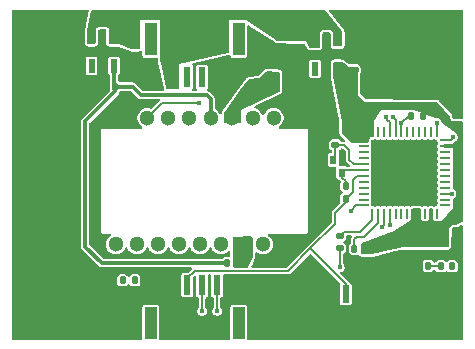
<source format=gbr>
%TF.GenerationSoftware,KiCad,Pcbnew,9.0.5*%
%TF.CreationDate,2025-10-14T06:31:36+02:00*%
%TF.ProjectId,PCB_Mouse,5043425f-4d6f-4757-9365-2e6b69636164,rev?*%
%TF.SameCoordinates,Original*%
%TF.FileFunction,Copper,L1,Top*%
%TF.FilePolarity,Positive*%
%FSLAX46Y46*%
G04 Gerber Fmt 4.6, Leading zero omitted, Abs format (unit mm)*
G04 Created by KiCad (PCBNEW 9.0.5) date 2025-10-14 06:31:36*
%MOMM*%
%LPD*%
G01*
G04 APERTURE LIST*
G04 Aperture macros list*
%AMRoundRect*
0 Rectangle with rounded corners*
0 $1 Rounding radius*
0 $2 $3 $4 $5 $6 $7 $8 $9 X,Y pos of 4 corners*
0 Add a 4 corners polygon primitive as box body*
4,1,4,$2,$3,$4,$5,$6,$7,$8,$9,$2,$3,0*
0 Add four circle primitives for the rounded corners*
1,1,$1+$1,$2,$3*
1,1,$1+$1,$4,$5*
1,1,$1+$1,$6,$7*
1,1,$1+$1,$8,$9*
0 Add four rect primitives between the rounded corners*
20,1,$1+$1,$2,$3,$4,$5,0*
20,1,$1+$1,$4,$5,$6,$7,0*
20,1,$1+$1,$6,$7,$8,$9,0*
20,1,$1+$1,$8,$9,$2,$3,0*%
G04 Aperture macros list end*
%TA.AperFunction,SMDPad,CuDef*%
%ADD10RoundRect,0.135000X-0.135000X-0.185000X0.135000X-0.185000X0.135000X0.185000X-0.135000X0.185000X0*%
%TD*%
%TA.AperFunction,SMDPad,CuDef*%
%ADD11RoundRect,0.135000X0.135000X0.185000X-0.135000X0.185000X-0.135000X-0.185000X0.135000X-0.185000X0*%
%TD*%
%TA.AperFunction,SMDPad,CuDef*%
%ADD12RoundRect,0.140000X-0.170000X0.140000X-0.170000X-0.140000X0.170000X-0.140000X0.170000X0.140000X0*%
%TD*%
%TA.AperFunction,SMDPad,CuDef*%
%ADD13RoundRect,0.140000X0.170000X-0.140000X0.170000X0.140000X-0.170000X0.140000X-0.170000X-0.140000X0*%
%TD*%
%TA.AperFunction,SMDPad,CuDef*%
%ADD14RoundRect,0.135000X0.185000X-0.135000X0.185000X0.135000X-0.185000X0.135000X-0.185000X-0.135000X0*%
%TD*%
%TA.AperFunction,SMDPad,CuDef*%
%ADD15RoundRect,0.147500X-0.147500X-0.172500X0.147500X-0.172500X0.147500X0.172500X-0.147500X0.172500X0*%
%TD*%
%TA.AperFunction,SMDPad,CuDef*%
%ADD16R,0.600000X1.150000*%
%TD*%
%TA.AperFunction,ComponentPad*%
%ADD17C,3.800000*%
%TD*%
%TA.AperFunction,SMDPad,CuDef*%
%ADD18R,0.550000X0.750000*%
%TD*%
%TA.AperFunction,SMDPad,CuDef*%
%ADD19R,0.600000X1.700000*%
%TD*%
%TA.AperFunction,SMDPad,CuDef*%
%ADD20R,1.000000X2.700000*%
%TD*%
%TA.AperFunction,SMDPad,CuDef*%
%ADD21RoundRect,0.140000X-0.140000X-0.170000X0.140000X-0.170000X0.140000X0.170000X-0.140000X0.170000X0*%
%TD*%
%TA.AperFunction,SMDPad,CuDef*%
%ADD22R,0.550000X1.500000*%
%TD*%
%TA.AperFunction,SMDPad,CuDef*%
%ADD23RoundRect,0.140000X0.140000X0.170000X-0.140000X0.170000X-0.140000X-0.170000X0.140000X-0.170000X0*%
%TD*%
%TA.AperFunction,ComponentPad*%
%ADD24C,1.300000*%
%TD*%
%TA.AperFunction,SMDPad,CuDef*%
%ADD25RoundRect,0.062500X-0.375000X-0.062500X0.375000X-0.062500X0.375000X0.062500X-0.375000X0.062500X0*%
%TD*%
%TA.AperFunction,SMDPad,CuDef*%
%ADD26RoundRect,0.062500X-0.062500X-0.375000X0.062500X-0.375000X0.062500X0.375000X-0.062500X0.375000X0*%
%TD*%
%TA.AperFunction,HeatsinkPad*%
%ADD27R,5.600000X5.600000*%
%TD*%
%TA.AperFunction,SMDPad,CuDef*%
%ADD28RoundRect,0.237500X0.237500X-0.300000X0.237500X0.300000X-0.237500X0.300000X-0.237500X-0.300000X0*%
%TD*%
%TA.AperFunction,ViaPad*%
%ADD29C,0.400000*%
%TD*%
%TA.AperFunction,Conductor*%
%ADD30C,0.160000*%
%TD*%
%TA.AperFunction,Conductor*%
%ADD31C,0.300000*%
%TD*%
G04 APERTURE END LIST*
D10*
%TO.P,R4,1*%
%TO.N,Net-(U1-MOTION)*%
X93890000Y-108400000D03*
%TO.P,R4,2*%
%TO.N,/SENSOR_INT*%
X94910000Y-108400000D03*
%TD*%
D11*
%TO.P,R2,1*%
%TO.N,+3.3V*%
X114540000Y-105730000D03*
%TO.P,R2,2*%
%TO.N,/MISO*%
X113520000Y-105730000D03*
%TD*%
D12*
%TO.P,C3,1*%
%TO.N,VDD*%
X94610000Y-88340000D03*
%TO.P,C3,2*%
%TO.N,GND*%
X94610000Y-89300000D03*
%TD*%
D13*
%TO.P,C7,1*%
%TO.N,GND*%
X118700000Y-106080000D03*
%TO.P,C7,2*%
%TO.N,+3.3V*%
X118700000Y-105120000D03*
%TD*%
D14*
%TO.P,R5,1*%
%TO.N,Net-(U1-SCLK)*%
X112280000Y-105680000D03*
%TO.P,R5,2*%
%TO.N,/SCLK*%
X112280000Y-104660000D03*
%TD*%
D12*
%TO.P,C16,1*%
%TO.N,GND*%
X122150000Y-94460000D03*
%TO.P,C16,2*%
%TO.N,+3.3V*%
X122150000Y-95420000D03*
%TD*%
D11*
%TO.P,R1,1*%
%TO.N,+3.3V*%
X119320000Y-94500000D03*
%TO.P,R1,2*%
%TO.N,/RESET*%
X118300000Y-94500000D03*
%TD*%
D15*
%TO.P,D3,1,K*%
%TO.N,Net-(D3-K)*%
X120825000Y-107210000D03*
%TO.P,D3,2,A*%
%TO.N,Net-(D3-A)*%
X121795000Y-107210000D03*
%TD*%
D16*
%TO.P,IC1,1,IN*%
%TO.N,VDD*%
X112090000Y-88000000D03*
%TO.P,IC1,2,GND*%
%TO.N,GND*%
X111140000Y-88000000D03*
%TO.P,IC1,3,EN*%
%TO.N,VDD*%
X110190000Y-88000000D03*
%TO.P,IC1,4,NC*%
%TO.N,unconnected-(IC1-NC-Pad4)*%
X110190000Y-90500000D03*
%TO.P,IC1,5,OUT*%
%TO.N,+3.3V*%
X112090000Y-90500000D03*
%TD*%
D13*
%TO.P,C4,1*%
%TO.N,+3.3V*%
X113530000Y-90600000D03*
%TO.P,C4,2*%
%TO.N,GND*%
X113530000Y-89640000D03*
%TD*%
D17*
%TO.P,H2,1,1*%
%TO.N,GND*%
X117500000Y-90000000D03*
%TD*%
D13*
%TO.P,C10,1*%
%TO.N,GND*%
X117700000Y-106080000D03*
%TO.P,C10,2*%
%TO.N,+3.3V*%
X117700000Y-105120000D03*
%TD*%
D18*
%TO.P,Y1,1,1*%
%TO.N,Net-(U2-PF0)*%
X111725000Y-98190000D03*
%TO.P,Y1,2,2*%
%TO.N,GND*%
X111725000Y-99290000D03*
%TO.P,Y1,3,3*%
%TO.N,Net-(U2-PF1)*%
X112475000Y-99290000D03*
%TO.P,Y1,4,4*%
%TO.N,GND*%
X112475000Y-98190000D03*
%TD*%
D19*
%TO.P,J2,1,1*%
%TO.N,GND*%
X101875000Y-91200000D03*
%TO.P,J2,2,2*%
%TO.N,/USART1_TX*%
X100625000Y-91200000D03*
%TO.P,J2,3,3*%
%TO.N,/USART1_RX*%
X99375000Y-91200000D03*
%TO.P,J2,4,4*%
%TO.N,VDD*%
X98125000Y-91200000D03*
D20*
%TO.P,J2,5*%
%TO.N,N/C*%
X103725000Y-88000000D03*
%TO.P,J2,6*%
X96275000Y-88000000D03*
%TD*%
D13*
%TO.P,C2,1*%
%TO.N,Net-(U1-VDDPIX)*%
X104890000Y-91790000D03*
%TO.P,C2,2*%
%TO.N,GND*%
X104890000Y-90830000D03*
%TD*%
D12*
%TO.P,C17,1*%
%TO.N,GND*%
X114860000Y-92810000D03*
%TO.P,C17,2*%
%TO.N,+3.3V*%
X114860000Y-93770000D03*
%TD*%
D19*
%TO.P,J1,1,1*%
%TO.N,GND*%
X98125000Y-108800000D03*
%TO.P,J1,2,2*%
%TO.N,/NRST*%
X99375000Y-108800000D03*
%TO.P,J1,3,3*%
%TO.N,/SWDIO*%
X100625000Y-108800000D03*
%TO.P,J1,4,4*%
%TO.N,/SWCLK*%
X101875000Y-108800000D03*
D20*
%TO.P,J1,5*%
%TO.N,N/C*%
X96275000Y-112000000D03*
%TO.P,J1,6*%
X103725000Y-112000000D03*
%TD*%
D21*
%TO.P,C6,1*%
%TO.N,GND*%
X111820000Y-101500000D03*
%TO.P,C6,2*%
%TO.N,/NRST*%
X112780000Y-101500000D03*
%TD*%
D22*
%TO.P,SW1,1,1*%
%TO.N,GND*%
X109555000Y-109570000D03*
%TO.P,SW1,2,2*%
%TO.N,/NRST*%
X112805000Y-109570000D03*
%TD*%
D12*
%TO.P,C13,1*%
%TO.N,GND*%
X111900000Y-95980000D03*
%TO.P,C13,2*%
%TO.N,Net-(U2-PF0)*%
X111900000Y-96940000D03*
%TD*%
D10*
%TO.P,R20,1*%
%TO.N,GND*%
X118740000Y-107180000D03*
%TO.P,R20,2*%
%TO.N,Net-(D3-K)*%
X119760000Y-107180000D03*
%TD*%
D23*
%TO.P,C12,1*%
%TO.N,Net-(U2-PF1)*%
X112780000Y-100400000D03*
%TO.P,C12,2*%
%TO.N,GND*%
X111820000Y-100400000D03*
%TD*%
D13*
%TO.P,C8,1*%
%TO.N,GND*%
X119700000Y-106080000D03*
%TO.P,C8,2*%
%TO.N,+3.3V*%
X119700000Y-105120000D03*
%TD*%
D23*
%TO.P,C5,1*%
%TO.N,+1V8*%
X93290000Y-91990000D03*
%TO.P,C5,2*%
%TO.N,GND*%
X92330000Y-91990000D03*
%TD*%
D21*
%TO.P,C11,1*%
%TO.N,+3.3V*%
X121060000Y-105160000D03*
%TO.P,C11,2*%
%TO.N,GND*%
X122020000Y-105160000D03*
%TD*%
D24*
%TO.P,U1,1,NC*%
%TO.N,unconnected-(U1-NC-Pad1)*%
X106675000Y-94650000D03*
%TO.P,U1,2,NC*%
%TO.N,unconnected-(U1-NC-Pad2)*%
X104895000Y-94650000D03*
%TO.P,U1,3,VDDPIX*%
%TO.N,Net-(U1-VDDPIX)*%
X103115000Y-94650000D03*
%TO.P,U1,4,VDD*%
%TO.N,+1V8*%
X101335000Y-94650000D03*
%TO.P,U1,5,VDDIO*%
%TO.N,+3.3V*%
X99555000Y-94650000D03*
%TO.P,U1,6,NC*%
%TO.N,unconnected-(U1-NC-Pad6)*%
X97775000Y-94650000D03*
%TO.P,U1,7,~{RESET}*%
%TO.N,/RESET*%
X95995000Y-94650000D03*
%TO.P,U1,8,GND*%
%TO.N,GND*%
X94215000Y-94650000D03*
%TO.P,U1,9,MOTION*%
%TO.N,Net-(U1-MOTION)*%
X93325000Y-105350000D03*
%TO.P,U1,10,SCLK*%
%TO.N,Net-(U1-SCLK)*%
X95105000Y-105350000D03*
%TO.P,U1,11,MOSI*%
%TO.N,/MOSI*%
X96885000Y-105350000D03*
%TO.P,U1,12,MISO*%
%TO.N,/MISO*%
X98665000Y-105350000D03*
%TO.P,U1,13,~{CS}*%
%TO.N,/CS*%
X100445000Y-105350000D03*
%TO.P,U1,14,NC*%
%TO.N,unconnected-(U1-NC-Pad14)*%
X102225000Y-105350000D03*
%TO.P,U1,15,LED_P*%
%TO.N,Net-(U1-LED_P)*%
X104005000Y-105350000D03*
%TO.P,U1,16,NC*%
%TO.N,unconnected-(U1-NC-Pad16)*%
X105785000Y-105350000D03*
%TD*%
D23*
%TO.P,C15,1*%
%TO.N,GND*%
X122030000Y-104230000D03*
%TO.P,C15,2*%
%TO.N,+3.3V*%
X121070000Y-104230000D03*
%TD*%
D17*
%TO.P,H1,1,1*%
%TO.N,GND*%
X87500000Y-90000000D03*
%TD*%
D21*
%TO.P,C9,1*%
%TO.N,GND*%
X111950000Y-94910000D03*
%TO.P,C9,2*%
%TO.N,+3.3V*%
X112910000Y-94910000D03*
%TD*%
D25*
%TO.P,U2,1,VBAT*%
%TO.N,+3.3V*%
X114315000Y-96560000D03*
%TO.P,U2,2,PC13*%
%TO.N,unconnected-(U2-PC13-Pad2)*%
X114315000Y-97060000D03*
%TO.P,U2,3,PC14*%
%TO.N,unconnected-(U2-PC14-Pad3)*%
X114315000Y-97560000D03*
%TO.P,U2,4,PC15*%
%TO.N,unconnected-(U2-PC15-Pad4)*%
X114315000Y-98060000D03*
%TO.P,U2,5,PF0*%
%TO.N,Net-(U2-PF0)*%
X114315000Y-98560000D03*
%TO.P,U2,6,PF1*%
%TO.N,Net-(U2-PF1)*%
X114315000Y-99060000D03*
%TO.P,U2,7,PG10*%
%TO.N,/NRST*%
X114315000Y-99560000D03*
%TO.P,U2,8,PA0*%
%TO.N,unconnected-(U2-PA0-Pad8)*%
X114315000Y-100060000D03*
%TO.P,U2,9,PA1*%
%TO.N,unconnected-(U2-PA1-Pad9)*%
X114315000Y-100560000D03*
%TO.P,U2,10,PA2*%
%TO.N,unconnected-(U2-PA2-Pad10)*%
X114315000Y-101060000D03*
%TO.P,U2,11,PA3*%
%TO.N,unconnected-(U2-PA3-Pad11)*%
X114315000Y-101560000D03*
%TO.P,U2,12,PA4*%
%TO.N,/CS*%
X114315000Y-102060000D03*
D26*
%TO.P,U2,13,PA5*%
%TO.N,/SCLK*%
X115002500Y-102747500D03*
%TO.P,U2,14,PA6*%
%TO.N,/MISO*%
X115502500Y-102747500D03*
%TO.P,U2,15,PA7*%
%TO.N,/MOSI*%
X116002500Y-102747500D03*
%TO.P,U2,16,PC4*%
%TO.N,/SENSOR_INT*%
X116502500Y-102747500D03*
%TO.P,U2,17,PB0*%
%TO.N,unconnected-(U2-PB0-Pad17)*%
X117002500Y-102747500D03*
%TO.P,U2,18,PB1*%
%TO.N,unconnected-(U2-PB1-Pad18)*%
X117502500Y-102747500D03*
%TO.P,U2,19,PB2*%
%TO.N,unconnected-(U2-PB2-Pad19)*%
X118002500Y-102747500D03*
%TO.P,U2,20,VREF+*%
%TO.N,+3.3V*%
X118502500Y-102747500D03*
%TO.P,U2,21,VDDA*%
X119002500Y-102747500D03*
%TO.P,U2,22,PB10*%
%TO.N,unconnected-(U2-PB10-Pad22)*%
X119502500Y-102747500D03*
%TO.P,U2,23,VDD*%
%TO.N,+3.3V*%
X120002500Y-102747500D03*
%TO.P,U2,24,PB11*%
%TO.N,unconnected-(U2-PB11-Pad24)*%
X120502500Y-102747500D03*
D25*
%TO.P,U2,25,PB12*%
%TO.N,unconnected-(U2-PB12-Pad25)*%
X121190000Y-102060000D03*
%TO.P,U2,26,PB13*%
%TO.N,unconnected-(U2-PB13-Pad26)*%
X121190000Y-101560000D03*
%TO.P,U2,27,PB14*%
%TO.N,Net-(D3-A)*%
X121190000Y-101060000D03*
%TO.P,U2,28,PB15*%
%TO.N,unconnected-(U2-PB15-Pad28)*%
X121190000Y-100560000D03*
%TO.P,U2,29,PC6*%
%TO.N,unconnected-(U2-PC6-Pad29)*%
X121190000Y-100060000D03*
%TO.P,U2,30,PA8*%
%TO.N,unconnected-(U2-PA8-Pad30)*%
X121190000Y-99560000D03*
%TO.P,U2,31,PA9*%
%TO.N,unconnected-(U2-PA9-Pad31)*%
X121190000Y-99060000D03*
%TO.P,U2,32,PA10*%
%TO.N,unconnected-(U2-PA10-Pad32)*%
X121190000Y-98560000D03*
%TO.P,U2,33,PA11*%
%TO.N,unconnected-(U2-PA11-Pad33)*%
X121190000Y-98060000D03*
%TO.P,U2,34,PA12*%
%TO.N,unconnected-(U2-PA12-Pad34)*%
X121190000Y-97560000D03*
%TO.P,U2,35,VDD*%
%TO.N,+3.3V*%
X121190000Y-97060000D03*
%TO.P,U2,36,PA13*%
%TO.N,/SWDIO*%
X121190000Y-96560000D03*
D26*
%TO.P,U2,37,PA14*%
%TO.N,/SWCLK*%
X120502500Y-95872500D03*
%TO.P,U2,38,PA15*%
%TO.N,unconnected-(U2-PA15-Pad38)*%
X120002500Y-95872500D03*
%TO.P,U2,39,PC10*%
%TO.N,unconnected-(U2-PC10-Pad39)*%
X119502500Y-95872500D03*
%TO.P,U2,40,PC11*%
%TO.N,unconnected-(U2-PC11-Pad40)*%
X119002500Y-95872500D03*
%TO.P,U2,41,PB3*%
%TO.N,unconnected-(U2-PB3-Pad41)*%
X118502500Y-95872500D03*
%TO.P,U2,42,PB4*%
%TO.N,unconnected-(U2-PB4-Pad42)*%
X118002500Y-95872500D03*
%TO.P,U2,43,PB5*%
%TO.N,/RESET*%
X117502500Y-95872500D03*
%TO.P,U2,44,PB6*%
%TO.N,/USART1_TX*%
X117002500Y-95872500D03*
%TO.P,U2,45,PB7*%
%TO.N,/USART1_RX*%
X116502500Y-95872500D03*
%TO.P,U2,46,PB8*%
%TO.N,unconnected-(U2-PB8-Pad46)*%
X116002500Y-95872500D03*
%TO.P,U2,47,PB9*%
%TO.N,unconnected-(U2-PB9-Pad47)*%
X115502500Y-95872500D03*
%TO.P,U2,48,VDD*%
%TO.N,+3.3V*%
X115002500Y-95872500D03*
D27*
%TO.P,U2,49,VSS*%
%TO.N,GND*%
X117752500Y-99310000D03*
%TD*%
D16*
%TO.P,IC2,1,IN*%
%TO.N,VDD*%
X93160000Y-87750000D03*
%TO.P,IC2,2,GND*%
%TO.N,GND*%
X92210000Y-87750000D03*
%TO.P,IC2,3,EN*%
%TO.N,VDD*%
X91260000Y-87750000D03*
%TO.P,IC2,4,NC*%
%TO.N,unconnected-(IC2-NC-Pad4)*%
X91260000Y-90250000D03*
%TO.P,IC2,5,OUT*%
%TO.N,+1V8*%
X93160000Y-90250000D03*
%TD*%
D17*
%TO.P,H3,1,1*%
%TO.N,GND*%
X87500000Y-110000000D03*
%TD*%
D10*
%TO.P,R3,1*%
%TO.N,+1V8*%
X102730000Y-106950000D03*
%TO.P,R3,2*%
%TO.N,Net-(U1-LED_P)*%
X103750000Y-106950000D03*
%TD*%
D12*
%TO.P,C14,1*%
%TO.N,VDD*%
X108560000Y-87690000D03*
%TO.P,C14,2*%
%TO.N,GND*%
X108560000Y-88650000D03*
%TD*%
D17*
%TO.P,H4,1,1*%
%TO.N,GND*%
X117500000Y-110000000D03*
%TD*%
D28*
%TO.P,C1,1*%
%TO.N,Net-(U1-VDDPIX)*%
X106340000Y-91612500D03*
%TO.P,C1,2*%
%TO.N,GND*%
X106340000Y-89887500D03*
%TD*%
D29*
%TO.N,GND*%
X116800000Y-106200000D03*
X100500000Y-106400000D03*
X99000000Y-106400000D03*
X112900000Y-106200000D03*
X110300000Y-107300000D03*
X102700000Y-108500000D03*
X112000000Y-109500000D03*
X102900000Y-109500000D03*
X102500000Y-110500000D03*
X111800000Y-110500000D03*
X105900000Y-110500000D03*
X94200000Y-106100000D03*
%TO.N,/SENSOR_INT*%
X94910000Y-108400000D03*
%TO.N,Net-(U1-MOTION)*%
X93890000Y-108400000D03*
%TO.N,GND*%
X120300000Y-111700000D03*
X122000000Y-112300000D03*
X118752500Y-97310000D03*
X113560588Y-108260588D03*
X96600000Y-107700000D03*
X88900000Y-112600000D03*
X108200000Y-112900000D03*
X114800000Y-86200000D03*
X110000000Y-89200000D03*
X85100000Y-105400000D03*
X97800000Y-112600000D03*
X93900000Y-92800000D03*
X111140000Y-88000000D03*
X91500000Y-104800000D03*
X91200000Y-109500000D03*
X111725000Y-99290000D03*
X121700000Y-106200000D03*
X92210000Y-87750000D03*
X118752500Y-100310000D03*
X85200000Y-92500000D03*
X118752500Y-99310000D03*
X104000000Y-90000000D03*
X91400000Y-98900000D03*
X115752500Y-97310000D03*
X115752500Y-98310000D03*
X105800000Y-88200000D03*
X104900000Y-112900000D03*
X117752500Y-98310000D03*
X117752500Y-97310000D03*
X110200000Y-94600000D03*
X112300000Y-89200000D03*
X116752500Y-100310000D03*
X119752500Y-100310000D03*
X85200000Y-102100000D03*
X115100000Y-110900000D03*
X119700000Y-106080000D03*
X93800000Y-111700000D03*
X122000000Y-110600000D03*
X121200000Y-92700000D03*
X120800000Y-91200000D03*
X107600000Y-90000000D03*
X116100000Y-86600000D03*
X111000000Y-108500000D03*
X107600000Y-88700000D03*
X85800000Y-107500000D03*
X110200000Y-100600000D03*
X117500000Y-92500000D03*
X94600000Y-112200000D03*
X87100000Y-97000000D03*
X97000000Y-92000000D03*
X102500000Y-112300000D03*
X90000000Y-86500000D03*
X91600000Y-91500000D03*
X115752500Y-99310000D03*
X110300000Y-98500000D03*
X120500000Y-108800000D03*
X99700000Y-111500000D03*
X86100000Y-95700000D03*
X119752500Y-101310000D03*
X107300000Y-105400000D03*
X110100000Y-104100000D03*
X122000000Y-93600000D03*
X111100000Y-91900000D03*
X85000000Y-88700000D03*
X87000000Y-102000000D03*
X98500000Y-107700000D03*
X95600000Y-109000000D03*
X122000000Y-90400000D03*
X119500000Y-92600000D03*
X92400000Y-106200000D03*
X119800000Y-87300000D03*
X107900000Y-90900000D03*
X117752500Y-101310000D03*
X101200000Y-110500000D03*
X93200000Y-93800000D03*
X98125000Y-108800000D03*
X89100000Y-92500000D03*
X90800000Y-107900000D03*
X116752500Y-97310000D03*
X116752500Y-99310000D03*
X118752500Y-98310000D03*
X97300000Y-108400000D03*
X117400000Y-87400000D03*
X117900000Y-86500000D03*
X110200000Y-95600000D03*
X113700000Y-88000000D03*
X91400000Y-88900000D03*
X91500000Y-103300000D03*
X91500000Y-111800000D03*
X117752500Y-99310000D03*
X108900000Y-105400000D03*
X93900000Y-91300000D03*
X100800000Y-112700000D03*
X93900000Y-109700000D03*
X96600000Y-93300000D03*
X104800000Y-87400000D03*
X86000000Y-87100000D03*
X91600000Y-100800000D03*
X121500000Y-86500000D03*
X122030000Y-104230000D03*
X109800000Y-112100000D03*
X90200000Y-92000000D03*
X91600000Y-92600000D03*
X89000000Y-93900000D03*
X119752500Y-97310000D03*
X108700000Y-94500000D03*
X110100000Y-102500000D03*
X114400000Y-112700000D03*
X112475000Y-98190000D03*
X119752500Y-99310000D03*
X122020000Y-105160000D03*
X103000000Y-91100000D03*
X86400000Y-94000000D03*
X93200000Y-88900000D03*
X86100000Y-99100000D03*
X109100000Y-90000000D03*
X94500000Y-107600000D03*
X95700000Y-93400000D03*
X94000000Y-90000000D03*
X115100000Y-87900000D03*
X118100000Y-112700000D03*
X86800000Y-86300000D03*
X85400000Y-112700000D03*
X110300000Y-96900000D03*
X112100000Y-85800000D03*
X114660588Y-107160588D03*
X116752500Y-101310000D03*
X115000000Y-90900000D03*
X120500000Y-89400000D03*
X91500000Y-95100000D03*
X88700000Y-103800000D03*
X102000000Y-89900000D03*
X107300000Y-112800000D03*
X115752500Y-100310000D03*
X116752500Y-98310000D03*
X92300000Y-95100000D03*
X92200000Y-90400000D03*
X118752500Y-101310000D03*
X93000000Y-108300000D03*
X96400000Y-89900000D03*
X119700000Y-112000000D03*
X122400000Y-108600000D03*
X95300000Y-91400000D03*
X117900000Y-107400000D03*
X119752500Y-98310000D03*
X120400000Y-112800000D03*
X114100000Y-86800000D03*
X104800000Y-89600000D03*
X88900000Y-99600000D03*
X114700000Y-89700000D03*
X120700000Y-106200000D03*
X89200000Y-96400000D03*
X89200000Y-87300000D03*
X116300000Y-112600000D03*
X117752500Y-100310000D03*
X111800000Y-112500000D03*
X88400000Y-86600000D03*
X92200000Y-104900000D03*
X87900000Y-106000000D03*
X111200000Y-89300000D03*
X121300000Y-87900000D03*
X115752500Y-101310000D03*
X91700000Y-96900000D03*
%TO.N,+3.3V*%
X113100000Y-91700000D03*
X112500000Y-91700000D03*
X112500000Y-92300000D03*
X113100000Y-92300000D03*
%TO.N,Net-(D3-A)*%
X121761679Y-101060000D03*
X121795000Y-107210000D03*
%TO.N,/SWCLK*%
X101900000Y-111000000D03*
X120510000Y-95050000D03*
%TO.N,/SWDIO*%
X121870000Y-96270000D03*
X100625000Y-111000000D03*
%TO.N,/USART1_TX*%
X100625000Y-91200000D03*
X116800000Y-94600000D03*
%TO.N,/USART1_RX*%
X116199997Y-94600000D03*
X99375000Y-91200000D03*
%TO.N,/RESET*%
X100400000Y-93400000D03*
X117500000Y-95100000D03*
%TO.N,/MISO*%
X113500000Y-105700000D03*
%TO.N,Net-(U1-SCLK)*%
X112280000Y-107300000D03*
%TO.N,/SENSOR_INT*%
X116502500Y-103697500D03*
%TO.N,/CS*%
X113200000Y-102500000D03*
%TO.N,/MOSI*%
X115819412Y-103919412D03*
%TD*%
D30*
%TO.N,Net-(U1-SCLK)*%
X112280000Y-107300000D02*
X112280000Y-105680000D01*
D31*
%TO.N,+3.3V*%
X121190000Y-97060000D02*
X122160000Y-97060000D01*
X122450000Y-95750000D02*
X122150000Y-95450000D01*
X119320000Y-93980000D02*
X119500000Y-93800000D01*
X122450000Y-96770000D02*
X122450000Y-95750000D01*
X112190000Y-90600000D02*
X112090000Y-90500000D01*
X115002500Y-93912500D02*
X114860000Y-93770000D01*
X122160000Y-97060000D02*
X122450000Y-96770000D01*
X122150000Y-95450000D02*
X122150000Y-95420000D01*
X119320000Y-94500000D02*
X119320000Y-93980000D01*
%TO.N,+1V8*%
X92120000Y-106950000D02*
X90720000Y-105550000D01*
X101000000Y-92700000D02*
X101335000Y-93035000D01*
X94740000Y-91990000D02*
X95450000Y-92700000D01*
X93160000Y-91860000D02*
X93290000Y-91990000D01*
X93290000Y-91990000D02*
X94740000Y-91990000D01*
X90720000Y-105550000D02*
X90720000Y-94940000D01*
X93290000Y-92370000D02*
X93290000Y-91990000D01*
X90720000Y-94940000D02*
X93290000Y-92370000D01*
X101335000Y-93035000D02*
X101335000Y-94650000D01*
X102730000Y-106950000D02*
X92120000Y-106950000D01*
X93160000Y-90250000D02*
X93160000Y-91860000D01*
X95450000Y-92700000D02*
X101000000Y-92700000D01*
D30*
%TO.N,/NRST*%
X109800000Y-105700000D02*
X107900000Y-107600000D01*
X112780000Y-101500000D02*
X112780000Y-101760000D01*
X107900000Y-107600000D02*
X100000000Y-107600000D01*
X112805000Y-108705000D02*
X112805000Y-109570000D01*
X112940000Y-101660000D02*
X112780000Y-101500000D01*
X111870000Y-103630000D02*
X109800000Y-105700000D01*
X112940000Y-101340000D02*
X112940000Y-101660000D01*
X100000000Y-107600000D02*
X99375000Y-108225000D01*
X109850000Y-105750000D02*
X112805000Y-108705000D01*
X109800000Y-105700000D02*
X109850000Y-105750000D01*
X99375000Y-108225000D02*
X99375000Y-108800000D01*
X113740000Y-99560000D02*
X113400000Y-99900000D01*
X113400000Y-99900000D02*
X113400000Y-100880000D01*
X113400000Y-100880000D02*
X112940000Y-101340000D01*
X111870000Y-102670000D02*
X111870000Y-103630000D01*
X114315000Y-99560000D02*
X113740000Y-99560000D01*
X112780000Y-101760000D02*
X111870000Y-102670000D01*
%TO.N,Net-(U2-PF1)*%
X112500000Y-99700000D02*
X112780000Y-99980000D01*
X114315000Y-99060000D02*
X112705000Y-99060000D01*
X112705000Y-99060000D02*
X112475000Y-99290000D01*
X112500000Y-99315000D02*
X112500000Y-99700000D01*
X112475000Y-99290000D02*
X112500000Y-99315000D01*
X112780000Y-99980000D02*
X112780000Y-100400000D01*
%TO.N,Net-(U2-PF0)*%
X113460000Y-98560000D02*
X114315000Y-98560000D01*
X111840000Y-96940000D02*
X111900000Y-96940000D01*
X111900000Y-97915000D02*
X111900000Y-97000000D01*
X112640000Y-96940000D02*
X113100000Y-97400000D01*
X111900000Y-96940000D02*
X112640000Y-96940000D01*
X111725000Y-98190000D02*
X111625000Y-98190000D01*
X113100000Y-97400000D02*
X113100000Y-98200000D01*
X111625000Y-98190000D02*
X111900000Y-97915000D01*
X113100000Y-98200000D02*
X113460000Y-98560000D01*
X111900000Y-97000000D02*
X111840000Y-96940000D01*
%TO.N,Net-(D3-A)*%
X121761679Y-101060000D02*
X121190000Y-101060000D01*
%TO.N,Net-(D3-K)*%
X120795000Y-107180000D02*
X120825000Y-107210000D01*
X119760000Y-107180000D02*
X120795000Y-107180000D01*
%TO.N,/SWCLK*%
X120502500Y-95057500D02*
X120510000Y-95050000D01*
X120502500Y-95872500D02*
X120502500Y-95057500D01*
X101875000Y-108800000D02*
X101875000Y-110975000D01*
X101875000Y-110975000D02*
X101900000Y-111000000D01*
X120510000Y-95050000D02*
X120596034Y-95136034D01*
%TO.N,/SWDIO*%
X121870000Y-96390000D02*
X121700000Y-96560000D01*
X121700000Y-96560000D02*
X121190000Y-96560000D01*
X100625000Y-108800000D02*
X100625000Y-111000000D01*
X121870000Y-96270000D02*
X121870000Y-96390000D01*
%TO.N,/USART1_TX*%
X117002500Y-94802500D02*
X117002500Y-95872500D01*
X116800000Y-94600000D02*
X117002500Y-94802500D01*
%TO.N,/USART1_RX*%
X116199997Y-94600000D02*
X116200000Y-94600000D01*
X116319000Y-94799236D02*
X116502500Y-94982736D01*
X116502500Y-94982736D02*
X116502500Y-95872500D01*
X116200000Y-94600000D02*
X116319000Y-94719000D01*
X116319000Y-94719000D02*
X116319000Y-94799236D01*
%TO.N,/RESET*%
X95995000Y-94650000D02*
X97245000Y-93400000D01*
X118100000Y-94500000D02*
X117500000Y-95100000D01*
X97245000Y-93400000D02*
X100400000Y-93400000D01*
X118300000Y-94500000D02*
X118100000Y-94500000D01*
X117502500Y-95102500D02*
X117500000Y-95100000D01*
X117502500Y-95872500D02*
X117502500Y-95102500D01*
%TO.N,/MISO*%
X114340000Y-104720000D02*
X113700000Y-104720000D01*
X115502500Y-102747500D02*
X115502500Y-103557500D01*
X115502500Y-103557500D02*
X114340000Y-104720000D01*
X113700000Y-104720000D02*
X113520000Y-104900000D01*
X113520000Y-104900000D02*
X113520000Y-105730000D01*
%TO.N,/SCLK*%
X114020000Y-104310000D02*
X112630000Y-104310000D01*
X115002500Y-102747500D02*
X115002500Y-103327500D01*
X112630000Y-104310000D02*
X112280000Y-104660000D01*
X115002500Y-103327500D02*
X114020000Y-104310000D01*
%TO.N,/SENSOR_INT*%
X116502500Y-102747500D02*
X116502500Y-103697500D01*
X116500000Y-103700000D02*
X116502500Y-103697500D01*
%TO.N,/CS*%
X114315000Y-102060000D02*
X113640000Y-102060000D01*
X113640000Y-102060000D02*
X113200000Y-102500000D01*
%TO.N,/MOSI*%
X115800000Y-103900000D02*
X115819412Y-103919412D01*
X116002500Y-103697500D02*
X115800000Y-103900000D01*
X116002500Y-102747500D02*
X116002500Y-103697500D01*
%TD*%
%TA.AperFunction,Conductor*%
%TO.N,VDD*%
G36*
X111035530Y-85490185D02*
G01*
X111067123Y-85519349D01*
X112375148Y-87236132D01*
X112474634Y-87366707D01*
X112499605Y-87431962D01*
X112500000Y-87441856D01*
X112500000Y-88476000D01*
X112480315Y-88543039D01*
X112427511Y-88588794D01*
X112376000Y-88600000D01*
X111824000Y-88600000D01*
X111756961Y-88580315D01*
X111711206Y-88527511D01*
X111700000Y-88476000D01*
X111700000Y-87400000D01*
X111687232Y-87387232D01*
X111663675Y-87380315D01*
X111627612Y-87344891D01*
X111584552Y-87280447D01*
X111518230Y-87236132D01*
X111518229Y-87236131D01*
X111459752Y-87224500D01*
X111459748Y-87224500D01*
X110820252Y-87224500D01*
X110820247Y-87224500D01*
X110761770Y-87236131D01*
X110761769Y-87236132D01*
X110695447Y-87280447D01*
X110652388Y-87344891D01*
X110633398Y-87360760D01*
X110636319Y-87363681D01*
X110600000Y-87400000D01*
X110600000Y-88576000D01*
X110580315Y-88643039D01*
X110527511Y-88688794D01*
X110476000Y-88700000D01*
X109772298Y-88700000D01*
X109705259Y-88680315D01*
X109664386Y-88637082D01*
X109400000Y-88170000D01*
X108781319Y-88170000D01*
X108773571Y-88169983D01*
X108769901Y-88169500D01*
X108550741Y-88169500D01*
X108550501Y-88169500D01*
X108550480Y-88169493D01*
X108545546Y-88169390D01*
X106934082Y-88101437D01*
X106871447Y-88081331D01*
X104300000Y-86400000D01*
X104299999Y-86400000D01*
X102900000Y-86400000D01*
X102900000Y-89001908D01*
X102880315Y-89068947D01*
X102827511Y-89114702D01*
X102804542Y-89122578D01*
X98695277Y-90094538D01*
X98695276Y-90094539D01*
X98699721Y-92075722D01*
X98680187Y-92142805D01*
X98627485Y-92188679D01*
X98575721Y-92200000D01*
X97699940Y-92200000D01*
X97632901Y-92180315D01*
X97587146Y-92127511D01*
X97578770Y-92102341D01*
X97102830Y-89913018D01*
X97100000Y-89886677D01*
X97100000Y-86400000D01*
X95400000Y-86400000D01*
X95400000Y-88696000D01*
X95380315Y-88763039D01*
X95327511Y-88808794D01*
X95276000Y-88820000D01*
X94831275Y-88820000D01*
X94823550Y-88819980D01*
X94819901Y-88819500D01*
X94633415Y-88819500D01*
X94633240Y-88819500D01*
X94632594Y-88819308D01*
X94585941Y-88809995D01*
X93600002Y-88400001D01*
X93600000Y-88400000D01*
X93599997Y-88400000D01*
X92834500Y-88400000D01*
X92767461Y-88380315D01*
X92721706Y-88327511D01*
X92710500Y-88276000D01*
X92710500Y-87155251D01*
X92710499Y-87155248D01*
X92702383Y-87114443D01*
X92700000Y-87090252D01*
X92700000Y-87000000D01*
X92646374Y-87000000D01*
X92598919Y-86990560D01*
X92588229Y-86986131D01*
X92529752Y-86974500D01*
X92529748Y-86974500D01*
X91890252Y-86974500D01*
X91890247Y-86974500D01*
X91831770Y-86986131D01*
X91821081Y-86990560D01*
X91773626Y-87000000D01*
X91600000Y-87000000D01*
X91600000Y-88276000D01*
X91580315Y-88343039D01*
X91527511Y-88388794D01*
X91476000Y-88400000D01*
X91024000Y-88400000D01*
X90956961Y-88380315D01*
X90911206Y-88327511D01*
X90900000Y-88276000D01*
X90900000Y-87312278D01*
X90902408Y-87287960D01*
X91245964Y-85570182D01*
X91278414Y-85508304D01*
X91339166Y-85473794D01*
X91367556Y-85470500D01*
X110968491Y-85470500D01*
X111035530Y-85490185D01*
G37*
%TD.AperFunction*%
%TD*%
%TA.AperFunction,Conductor*%
%TO.N,+3.3V*%
G36*
X120510771Y-93319685D02*
G01*
X120537051Y-93342344D01*
X120606802Y-93422059D01*
X121609169Y-94567622D01*
X121638500Y-94631037D01*
X121639220Y-94637766D01*
X121639501Y-94639900D01*
X121646028Y-94689487D01*
X121646029Y-94689489D01*
X121646029Y-94689490D01*
X121696776Y-94798316D01*
X121781684Y-94883224D01*
X121890513Y-94933972D01*
X121940099Y-94940500D01*
X122359900Y-94940499D01*
X122409487Y-94933972D01*
X122409491Y-94933969D01*
X122418596Y-94931317D01*
X122418855Y-94932206D01*
X122422440Y-94931486D01*
X122431304Y-94926279D01*
X122466407Y-94922656D01*
X122580456Y-94927218D01*
X122646655Y-94949566D01*
X122690263Y-95004157D01*
X122699500Y-95051119D01*
X122699500Y-103332531D01*
X122679815Y-103399570D01*
X122633853Y-103441943D01*
X122151440Y-103699231D01*
X122148545Y-103700726D01*
X122137184Y-103706407D01*
X122081727Y-103719500D01*
X121850105Y-103719500D01*
X121834386Y-103721569D01*
X121800513Y-103726028D01*
X121800511Y-103726029D01*
X121800509Y-103726029D01*
X121691683Y-103776776D01*
X121606776Y-103861683D01*
X121606776Y-103861684D01*
X121556028Y-103970513D01*
X121552297Y-103998851D01*
X121550000Y-104000000D01*
X121539932Y-104002684D01*
X121539931Y-104002684D01*
X120800000Y-104200000D01*
X120400000Y-103400000D01*
X120900000Y-103400000D01*
X121900000Y-102300000D01*
X121900000Y-101514189D01*
X121919685Y-101447150D01*
X121961998Y-101406803D01*
X122007592Y-101380480D01*
X122082159Y-101305913D01*
X122134886Y-101214587D01*
X122162179Y-101112727D01*
X122162179Y-101007273D01*
X122134886Y-100905413D01*
X122082159Y-100814087D01*
X122007592Y-100739520D01*
X121982228Y-100724876D01*
X121961998Y-100713196D01*
X121913784Y-100662628D01*
X121900000Y-100605810D01*
X121900000Y-96808048D01*
X121908643Y-96778611D01*
X121915167Y-96748622D01*
X121918922Y-96743605D01*
X121919685Y-96741009D01*
X121936318Y-96720368D01*
X121988185Y-96668500D01*
X122018219Y-96648435D01*
X122017547Y-96647271D01*
X122024585Y-96643207D01*
X122024587Y-96643207D01*
X122115913Y-96590480D01*
X122190480Y-96515913D01*
X122243207Y-96424587D01*
X122270500Y-96322727D01*
X122270500Y-96217273D01*
X122243207Y-96115413D01*
X122190480Y-96024087D01*
X122136318Y-95969925D01*
X122102834Y-95908601D01*
X122102408Y-95904648D01*
X122100000Y-95900000D01*
X120962991Y-95097404D01*
X120919574Y-95042662D01*
X120912280Y-95005238D01*
X120911561Y-95005333D01*
X120910500Y-94997280D01*
X120910500Y-94997273D01*
X120883207Y-94895413D01*
X120830480Y-94804087D01*
X120755913Y-94729520D01*
X120664587Y-94676793D01*
X120562727Y-94649500D01*
X120457273Y-94649500D01*
X120457271Y-94649500D01*
X120385685Y-94668681D01*
X120315835Y-94667018D01*
X120308650Y-94664475D01*
X118600000Y-94000000D01*
X118580832Y-94000000D01*
X118528426Y-93988381D01*
X118523178Y-93985933D01*
X118523169Y-93985931D01*
X118474317Y-93979500D01*
X118474316Y-93979500D01*
X118125684Y-93979500D01*
X118125683Y-93979500D01*
X118076830Y-93985931D01*
X118076821Y-93985933D01*
X118071574Y-93988381D01*
X118060570Y-93990820D01*
X118054103Y-93994977D01*
X118019168Y-94000000D01*
X118000000Y-94000000D01*
X118000000Y-93300000D01*
X118600000Y-93300000D01*
X118600166Y-93300000D01*
X120443732Y-93300000D01*
X120510771Y-93319685D01*
G37*
%TD.AperFunction*%
%TD*%
%TA.AperFunction,Conductor*%
%TO.N,+3.3V*%
G36*
X112428591Y-89916338D02*
G01*
X112617000Y-90024000D01*
X113100000Y-90300000D01*
X113676000Y-90300000D01*
X113743039Y-90319685D01*
X113788794Y-90372489D01*
X113800000Y-90424000D01*
X113800000Y-92700000D01*
X114105083Y-92999999D01*
X114399998Y-93289999D01*
X114400000Y-93290000D01*
X114638412Y-93290000D01*
X114646523Y-93290266D01*
X114650090Y-93290498D01*
X114650099Y-93290500D01*
X115046646Y-93290499D01*
X118600000Y-93300000D01*
X118000000Y-93300000D01*
X118000000Y-94000000D01*
X115800000Y-94000000D01*
X115200000Y-94899999D01*
X115200000Y-95351531D01*
X115193793Y-95382737D01*
X115194642Y-95382906D01*
X115177000Y-95471596D01*
X115177000Y-95471598D01*
X115177000Y-95471599D01*
X115177000Y-95849863D01*
X115177001Y-96176000D01*
X115157317Y-96243039D01*
X115104513Y-96288794D01*
X115053001Y-96300000D01*
X114800000Y-96300000D01*
X114800000Y-96339727D01*
X114780315Y-96406766D01*
X114779103Y-96408617D01*
X114763632Y-96431771D01*
X114763631Y-96431771D01*
X114752000Y-96490247D01*
X114752000Y-96610500D01*
X114732315Y-96677539D01*
X114679511Y-96723294D01*
X114628000Y-96734500D01*
X113914102Y-96734500D01*
X113837381Y-96749760D01*
X113803046Y-96772702D01*
X113793468Y-96779102D01*
X113726793Y-96799980D01*
X113724579Y-96800000D01*
X113352599Y-96800000D01*
X113285560Y-96780315D01*
X113263444Y-96762183D01*
X112464845Y-95936046D01*
X112432405Y-95874164D01*
X112430000Y-95849863D01*
X112430000Y-95131590D01*
X112430265Y-95123481D01*
X112430497Y-95119921D01*
X112430500Y-95119901D01*
X112430499Y-94700100D01*
X112423972Y-94650513D01*
X112373224Y-94541684D01*
X112373223Y-94541683D01*
X112373223Y-94541682D01*
X112367002Y-94532798D01*
X112370342Y-94530458D01*
X112346895Y-94487517D01*
X112346394Y-94485099D01*
X112258355Y-94037670D01*
X111702333Y-91211856D01*
X111700000Y-91187916D01*
X111700000Y-90024000D01*
X111719685Y-89956961D01*
X111772489Y-89911206D01*
X111824000Y-89900000D01*
X112367070Y-89900000D01*
X112428591Y-89916338D01*
G37*
%TD.AperFunction*%
%TD*%
%TA.AperFunction,Conductor*%
%TO.N,Net-(U1-VDDPIX)*%
G36*
X107081631Y-90744619D02*
G01*
X107147707Y-90767327D01*
X107191017Y-90822154D01*
X107200000Y-90868491D01*
X107200000Y-92322314D01*
X107180315Y-92389353D01*
X107130098Y-92433891D01*
X103900000Y-94000000D01*
X103900000Y-94976000D01*
X103880315Y-95043039D01*
X103827511Y-95088794D01*
X103776000Y-95100000D01*
X102624000Y-95100000D01*
X102556961Y-95080315D01*
X102511206Y-95027511D01*
X102500000Y-94976000D01*
X102500000Y-94239738D01*
X102519685Y-94172699D01*
X102523097Y-94167664D01*
X103841204Y-92322314D01*
X104467343Y-91445718D01*
X104522326Y-91402610D01*
X104555904Y-91394409D01*
X105400000Y-91310000D01*
X106062541Y-90732642D01*
X106126014Y-90703440D01*
X106149633Y-90702256D01*
X107081631Y-90744619D01*
G37*
%TD.AperFunction*%
%TD*%
%TA.AperFunction,Conductor*%
%TO.N,+3.3V*%
G36*
X119120039Y-102330185D02*
G01*
X119165794Y-102382989D01*
X119177000Y-102434500D01*
X119177000Y-103148397D01*
X119177001Y-103148400D01*
X119192259Y-103225114D01*
X119194643Y-103237096D01*
X119193792Y-103237265D01*
X119200000Y-103268467D01*
X119200000Y-103300000D01*
X119300000Y-103400000D01*
X119499999Y-103400000D01*
X119500000Y-103400000D01*
X119500000Y-103399999D01*
X119512216Y-103394939D01*
X119559671Y-103385499D01*
X119590900Y-103385499D01*
X119667617Y-103370240D01*
X119754612Y-103312112D01*
X119812740Y-103225117D01*
X119828000Y-103148401D01*
X119827999Y-102434499D01*
X119830549Y-102425813D01*
X119829261Y-102416853D01*
X119840238Y-102392816D01*
X119847683Y-102367461D01*
X119854525Y-102361532D01*
X119858286Y-102353297D01*
X119880517Y-102339010D01*
X119900487Y-102321706D01*
X119911002Y-102319418D01*
X119917064Y-102315523D01*
X119951999Y-102310500D01*
X120053000Y-102310500D01*
X120120039Y-102330185D01*
X120165794Y-102382989D01*
X120177000Y-102434500D01*
X120177000Y-103148397D01*
X120192260Y-103225118D01*
X120192261Y-103225120D01*
X120221225Y-103268467D01*
X120250388Y-103312112D01*
X120315485Y-103355608D01*
X120337381Y-103370239D01*
X120337383Y-103370240D01*
X120341501Y-103371059D01*
X120384783Y-103393697D01*
X120400000Y-103400000D01*
X120800000Y-104200000D01*
X121539930Y-104002685D01*
X121503022Y-105479099D01*
X121481668Y-105545626D01*
X121427737Y-105590046D01*
X121379061Y-105600000D01*
X119921588Y-105600000D01*
X119913477Y-105599734D01*
X119909907Y-105599500D01*
X119490095Y-105599500D01*
X119486542Y-105599734D01*
X119478430Y-105600000D01*
X118921588Y-105600000D01*
X118913477Y-105599734D01*
X118909907Y-105599500D01*
X118490095Y-105599500D01*
X118486542Y-105599734D01*
X118478430Y-105600000D01*
X117921588Y-105600000D01*
X117913477Y-105599734D01*
X117909907Y-105599500D01*
X117490105Y-105599500D01*
X117474386Y-105601569D01*
X117440513Y-105606028D01*
X117440511Y-105606029D01*
X117440508Y-105606029D01*
X117337128Y-105654237D01*
X117304612Y-105664250D01*
X116899998Y-105730000D01*
X115014666Y-106196372D01*
X114984890Y-106200000D01*
X114164019Y-106200000D01*
X114096980Y-106180315D01*
X114051225Y-106127511D01*
X114040392Y-106066385D01*
X114093917Y-105378209D01*
X114118740Y-105312900D01*
X114173276Y-105271997D01*
X116900000Y-104230000D01*
X118300000Y-103300000D01*
X118300000Y-103280540D01*
X118309439Y-103233087D01*
X118312741Y-103225114D01*
X118327999Y-103148405D01*
X118328000Y-103148401D01*
X118327999Y-102434499D01*
X118347683Y-102367461D01*
X118400487Y-102321706D01*
X118451999Y-102310500D01*
X119053000Y-102310500D01*
X119120039Y-102330185D01*
G37*
%TD.AperFunction*%
%TD*%
%TA.AperFunction,Conductor*%
%TO.N,Net-(U1-LED_P)*%
G36*
X104833210Y-104690361D02*
G01*
X104879590Y-104742616D01*
X104891409Y-104794058D01*
X104909692Y-106402949D01*
X104899013Y-106454719D01*
X104547395Y-107245861D01*
X104502179Y-107299128D01*
X104435344Y-107319494D01*
X104434082Y-107319500D01*
X103364000Y-107319500D01*
X103296961Y-107299815D01*
X103251206Y-107247011D01*
X103240000Y-107195500D01*
X103240000Y-106949994D01*
X103211648Y-104814158D01*
X103230441Y-104746863D01*
X103282633Y-104700411D01*
X103334156Y-104688521D01*
X104765944Y-104671476D01*
X104833210Y-104690361D01*
G37*
%TD.AperFunction*%
%TD*%
%TA.AperFunction,Conductor*%
%TO.N,GND*%
G36*
X90993762Y-85489407D02*
G01*
X91029726Y-85538907D01*
X91032647Y-85588915D01*
X90974225Y-85881027D01*
X90700899Y-87247653D01*
X90700898Y-87247658D01*
X90697909Y-87267700D01*
X90697905Y-87267732D01*
X90695500Y-87292012D01*
X90695499Y-87292027D01*
X90694500Y-87312262D01*
X90694500Y-87312278D01*
X90694500Y-88276000D01*
X90696769Y-88297103D01*
X90699197Y-88319685D01*
X90710404Y-88371199D01*
X90712889Y-88381371D01*
X90712889Y-88381372D01*
X90712890Y-88381373D01*
X90755900Y-88462085D01*
X90801655Y-88514889D01*
X90801667Y-88514901D01*
X90819247Y-88532844D01*
X90819249Y-88532846D01*
X90899058Y-88577488D01*
X90899062Y-88577490D01*
X90940294Y-88589597D01*
X90966102Y-88597175D01*
X91024000Y-88605500D01*
X91024001Y-88605500D01*
X91475995Y-88605500D01*
X91476000Y-88605500D01*
X91519684Y-88600803D01*
X91571195Y-88589597D01*
X91581373Y-88587110D01*
X91662085Y-88544100D01*
X91714889Y-88498345D01*
X91732843Y-88480754D01*
X91732844Y-88480751D01*
X91732846Y-88480750D01*
X91777488Y-88400941D01*
X91777490Y-88400937D01*
X91785042Y-88375219D01*
X91797175Y-88333898D01*
X91805500Y-88276000D01*
X91805500Y-87282422D01*
X91805813Y-87281458D01*
X91805519Y-87280489D01*
X91815233Y-87252465D01*
X91824407Y-87224231D01*
X91825227Y-87223635D01*
X91825559Y-87222678D01*
X91849883Y-87205721D01*
X91873907Y-87188267D01*
X91875752Y-87187688D01*
X91878553Y-87186838D01*
X91887973Y-87184477D01*
X91900931Y-87181900D01*
X91920234Y-87180000D01*
X92406000Y-87180000D01*
X92464191Y-87198907D01*
X92500155Y-87248407D01*
X92505000Y-87279000D01*
X92505000Y-88276000D01*
X92507269Y-88297103D01*
X92509697Y-88319685D01*
X92520904Y-88371199D01*
X92523389Y-88381371D01*
X92523389Y-88381372D01*
X92523390Y-88381373D01*
X92566400Y-88462085D01*
X92612155Y-88514889D01*
X92612167Y-88514901D01*
X92629747Y-88532844D01*
X92629749Y-88532846D01*
X92709558Y-88577488D01*
X92709562Y-88577490D01*
X92750794Y-88589597D01*
X92776602Y-88597175D01*
X92834500Y-88605500D01*
X93539212Y-88605500D01*
X93577224Y-88613088D01*
X93627280Y-88633904D01*
X94507032Y-88999742D01*
X94507042Y-88999745D01*
X94545701Y-89011516D01*
X94545704Y-89011516D01*
X94545712Y-89011519D01*
X94592365Y-89020832D01*
X94592365Y-89020831D01*
X94614033Y-89025157D01*
X94618513Y-89023814D01*
X94625374Y-89023855D01*
X94633240Y-89025000D01*
X94812818Y-89025000D01*
X94813146Y-89025002D01*
X94813206Y-89025022D01*
X94819135Y-89025219D01*
X94823018Y-89025479D01*
X94830743Y-89025499D01*
X94831275Y-89025500D01*
X94831332Y-89025500D01*
X95275995Y-89025500D01*
X95276000Y-89025500D01*
X95319684Y-89020803D01*
X95371195Y-89009597D01*
X95381373Y-89007110D01*
X95428942Y-88981760D01*
X95489188Y-88971081D01*
X95544206Y-88997852D01*
X95572980Y-89051850D01*
X95574500Y-89069130D01*
X95574500Y-89369746D01*
X95574501Y-89369758D01*
X95586132Y-89428227D01*
X95586134Y-89428233D01*
X95624823Y-89486134D01*
X95630448Y-89494552D01*
X95696769Y-89538867D01*
X95741231Y-89547711D01*
X95755241Y-89550498D01*
X95755246Y-89550498D01*
X95755252Y-89550500D01*
X95755253Y-89550500D01*
X96795500Y-89550500D01*
X96853691Y-89569407D01*
X96889655Y-89618907D01*
X96894500Y-89649500D01*
X96894500Y-89886678D01*
X96895675Y-89908611D01*
X96895680Y-89908672D01*
X96898503Y-89934952D01*
X96898506Y-89934973D01*
X96902022Y-89956686D01*
X96902023Y-89956692D01*
X97377956Y-92145982D01*
X97377962Y-92146005D01*
X97383781Y-92167224D01*
X97392157Y-92192393D01*
X97392160Y-92192400D01*
X97393924Y-92195498D01*
X97396428Y-92199896D01*
X97397350Y-92201514D01*
X97409713Y-92261437D01*
X97384493Y-92317183D01*
X97331323Y-92347458D01*
X97311319Y-92349500D01*
X95636190Y-92349500D01*
X95577999Y-92330593D01*
X95566186Y-92320504D01*
X95315428Y-92069746D01*
X94955212Y-91709530D01*
X94875288Y-91663386D01*
X94786144Y-91639500D01*
X94786142Y-91639500D01*
X93772047Y-91639500D01*
X93713856Y-91620593D01*
X93702049Y-91610509D01*
X93628316Y-91536776D01*
X93628314Y-91536775D01*
X93628313Y-91536774D01*
X93567660Y-91508491D01*
X93522912Y-91466763D01*
X93510500Y-91418767D01*
X93510500Y-91085312D01*
X93529407Y-91027121D01*
X93554496Y-91002998D01*
X93604552Y-90969552D01*
X93648867Y-90903231D01*
X93660500Y-90844748D01*
X93660500Y-89655252D01*
X93648867Y-89596769D01*
X93604552Y-89530448D01*
X93550825Y-89494548D01*
X93538233Y-89486134D01*
X93538231Y-89486133D01*
X93538228Y-89486132D01*
X93538227Y-89486132D01*
X93479758Y-89474501D01*
X93479748Y-89474500D01*
X92840252Y-89474500D01*
X92840251Y-89474500D01*
X92840241Y-89474501D01*
X92781772Y-89486132D01*
X92781766Y-89486134D01*
X92715451Y-89530445D01*
X92715445Y-89530451D01*
X92671134Y-89596766D01*
X92671132Y-89596772D01*
X92659501Y-89655241D01*
X92659500Y-89655253D01*
X92659500Y-90844746D01*
X92659501Y-90844758D01*
X92671132Y-90903227D01*
X92671133Y-90903231D01*
X92715448Y-90969552D01*
X92765502Y-91002998D01*
X92803381Y-91051046D01*
X92809500Y-91085312D01*
X92809500Y-92199896D01*
X92809501Y-92199906D01*
X92816027Y-92249484D01*
X92816027Y-92249485D01*
X92816028Y-92249487D01*
X92818154Y-92254046D01*
X92825607Y-92314776D01*
X92798431Y-92365885D01*
X90439529Y-94724789D01*
X90402679Y-94788613D01*
X90402680Y-94788614D01*
X90393386Y-94804711D01*
X90388663Y-94822337D01*
X90369500Y-94893856D01*
X90369500Y-105596144D01*
X90389423Y-105670499D01*
X90389424Y-105670501D01*
X90393386Y-105685289D01*
X90393387Y-105685291D01*
X90432400Y-105752863D01*
X90439530Y-105765212D01*
X91904788Y-107230470D01*
X91931588Y-107245943D01*
X91960658Y-107262727D01*
X91960659Y-107262727D01*
X91984712Y-107276614D01*
X92073856Y-107300500D01*
X99663806Y-107300500D01*
X99721997Y-107319407D01*
X99757961Y-107368907D01*
X99757961Y-107430093D01*
X99733810Y-107469503D01*
X99482811Y-107720503D01*
X99428294Y-107748281D01*
X99412807Y-107749500D01*
X99055252Y-107749500D01*
X99055251Y-107749500D01*
X99055241Y-107749501D01*
X98996772Y-107761132D01*
X98996766Y-107761134D01*
X98930451Y-107805445D01*
X98930445Y-107805451D01*
X98886134Y-107871766D01*
X98886132Y-107871772D01*
X98874501Y-107930241D01*
X98874500Y-107930253D01*
X98874500Y-109669746D01*
X98874501Y-109669758D01*
X98886132Y-109728227D01*
X98886133Y-109728231D01*
X98930448Y-109794552D01*
X98996769Y-109838867D01*
X99029603Y-109845398D01*
X99055241Y-109850498D01*
X99055246Y-109850498D01*
X99055252Y-109850500D01*
X99055253Y-109850500D01*
X99694747Y-109850500D01*
X99694748Y-109850500D01*
X99753231Y-109838867D01*
X99819552Y-109794552D01*
X99863867Y-109728231D01*
X99875500Y-109669748D01*
X99875500Y-108162193D01*
X99877968Y-108154595D01*
X99876719Y-108146706D01*
X99887243Y-108126050D01*
X99894407Y-108104002D01*
X99904489Y-108092196D01*
X99955498Y-108041187D01*
X100010013Y-108013412D01*
X100070445Y-108022983D01*
X100113710Y-108066248D01*
X100124500Y-108111193D01*
X100124500Y-109669746D01*
X100124501Y-109669758D01*
X100136132Y-109728227D01*
X100136133Y-109728231D01*
X100180448Y-109794552D01*
X100246769Y-109838867D01*
X100264814Y-109842456D01*
X100318197Y-109872350D01*
X100343814Y-109927915D01*
X100344500Y-109939553D01*
X100344500Y-110673099D01*
X100325593Y-110731290D01*
X100315506Y-110743100D01*
X100304520Y-110754086D01*
X100251794Y-110845409D01*
X100251794Y-110845410D01*
X100251793Y-110845412D01*
X100251793Y-110845413D01*
X100224500Y-110947273D01*
X100224500Y-111052727D01*
X100251793Y-111154587D01*
X100251794Y-111154589D01*
X100251794Y-111154590D01*
X100304518Y-111245910D01*
X100304520Y-111245913D01*
X100379087Y-111320480D01*
X100470413Y-111373207D01*
X100572273Y-111400500D01*
X100572275Y-111400500D01*
X100677725Y-111400500D01*
X100677727Y-111400500D01*
X100779587Y-111373207D01*
X100870913Y-111320480D01*
X100945480Y-111245913D01*
X100998207Y-111154587D01*
X101025500Y-111052727D01*
X101025500Y-110947273D01*
X100998207Y-110845413D01*
X100945480Y-110754087D01*
X100942507Y-110751114D01*
X100934494Y-110743100D01*
X100906718Y-110688583D01*
X100905500Y-110673099D01*
X100905500Y-109939553D01*
X100924407Y-109881362D01*
X100973907Y-109845398D01*
X100985172Y-109842459D01*
X101003231Y-109838867D01*
X101069552Y-109794552D01*
X101113867Y-109728231D01*
X101125500Y-109669748D01*
X101125500Y-107979500D01*
X101130345Y-107964588D01*
X101130345Y-107948907D01*
X101139561Y-107936221D01*
X101144407Y-107921309D01*
X101157092Y-107912092D01*
X101166309Y-107899407D01*
X101181221Y-107894561D01*
X101193907Y-107885345D01*
X101224500Y-107880500D01*
X101275500Y-107880500D01*
X101333691Y-107899407D01*
X101369655Y-107948907D01*
X101374500Y-107979500D01*
X101374500Y-109669746D01*
X101374501Y-109669758D01*
X101386132Y-109728227D01*
X101386133Y-109728231D01*
X101430448Y-109794552D01*
X101496769Y-109838867D01*
X101514814Y-109842456D01*
X101568197Y-109872350D01*
X101593814Y-109927915D01*
X101594500Y-109939553D01*
X101594500Y-110701614D01*
X101581237Y-110751114D01*
X101579521Y-110754085D01*
X101579520Y-110754087D01*
X101526793Y-110845413D01*
X101499500Y-110947273D01*
X101499500Y-111052727D01*
X101526793Y-111154587D01*
X101526794Y-111154589D01*
X101526794Y-111154590D01*
X101579518Y-111245910D01*
X101579520Y-111245913D01*
X101654087Y-111320480D01*
X101745413Y-111373207D01*
X101847273Y-111400500D01*
X101847275Y-111400500D01*
X101952725Y-111400500D01*
X101952727Y-111400500D01*
X102054587Y-111373207D01*
X102145913Y-111320480D01*
X102220480Y-111245913D01*
X102273207Y-111154587D01*
X102300500Y-111052727D01*
X102300500Y-110947273D01*
X102273207Y-110845413D01*
X102220480Y-110754087D01*
X102205500Y-110739107D01*
X102184496Y-110718102D01*
X102156719Y-110663585D01*
X102155500Y-110648099D01*
X102155500Y-109939553D01*
X102174407Y-109881362D01*
X102223907Y-109845398D01*
X102235172Y-109842459D01*
X102253231Y-109838867D01*
X102319552Y-109794552D01*
X102363867Y-109728231D01*
X102375500Y-109669748D01*
X102375500Y-107979500D01*
X102394407Y-107921309D01*
X102443907Y-107885345D01*
X102474500Y-107880500D01*
X107936930Y-107880500D01*
X107936930Y-107880499D01*
X108008265Y-107861385D01*
X108008266Y-107861385D01*
X108008266Y-107861384D01*
X108008269Y-107861384D01*
X108072231Y-107824456D01*
X108124456Y-107772231D01*
X108124457Y-107772228D01*
X109729998Y-106166686D01*
X109784512Y-106138912D01*
X109844944Y-106148483D01*
X109870003Y-106166689D01*
X112325319Y-108622005D01*
X112353096Y-108676522D01*
X112344230Y-108732501D01*
X112344863Y-108732764D01*
X112343771Y-108735399D01*
X112343525Y-108736954D01*
X112342168Y-108739268D01*
X112341132Y-108741768D01*
X112329500Y-108800249D01*
X112329500Y-110339746D01*
X112329501Y-110339758D01*
X112341132Y-110398227D01*
X112341134Y-110398233D01*
X112383163Y-110461133D01*
X112385448Y-110464552D01*
X112451769Y-110508867D01*
X112496231Y-110517711D01*
X112510241Y-110520498D01*
X112510246Y-110520498D01*
X112510252Y-110520500D01*
X112510253Y-110520500D01*
X113099747Y-110520500D01*
X113099748Y-110520500D01*
X113158231Y-110508867D01*
X113224552Y-110464552D01*
X113268867Y-110398231D01*
X113280500Y-110339748D01*
X113280500Y-108800252D01*
X113268867Y-108741769D01*
X113224552Y-108675448D01*
X113224548Y-108675445D01*
X113158233Y-108631134D01*
X113158231Y-108631133D01*
X113158228Y-108631132D01*
X113158227Y-108631132D01*
X113120898Y-108623706D01*
X113111109Y-108618223D01*
X113099948Y-108617051D01*
X113085027Y-108603616D01*
X113067514Y-108593808D01*
X113054478Y-108576110D01*
X113042052Y-108554587D01*
X113029456Y-108532769D01*
X112977231Y-108480544D01*
X112977228Y-108480542D01*
X112347079Y-107850393D01*
X112319302Y-107795876D01*
X112328873Y-107735444D01*
X112372138Y-107692179D01*
X112391457Y-107684763D01*
X112434587Y-107673207D01*
X112525913Y-107620480D01*
X112600480Y-107545913D01*
X112653207Y-107454587D01*
X112680500Y-107352727D01*
X112680500Y-107247273D01*
X112653207Y-107145413D01*
X112600480Y-107054087D01*
X112600479Y-107054086D01*
X112589494Y-107043100D01*
X112585868Y-107035984D01*
X112579407Y-107031290D01*
X112572242Y-107009240D01*
X112561718Y-106988583D01*
X112560500Y-106973099D01*
X112560500Y-106955685D01*
X119289500Y-106955685D01*
X119289500Y-107404314D01*
X119295932Y-107453174D01*
X119295932Y-107453175D01*
X119345933Y-107560401D01*
X119345934Y-107560402D01*
X119345935Y-107560404D01*
X119429596Y-107644065D01*
X119429597Y-107644065D01*
X119429598Y-107644066D01*
X119536824Y-107694067D01*
X119536825Y-107694067D01*
X119536827Y-107694068D01*
X119585684Y-107700500D01*
X119585685Y-107700500D01*
X119934314Y-107700500D01*
X119934316Y-107700500D01*
X119983173Y-107694068D01*
X120090404Y-107644065D01*
X120174065Y-107560404D01*
X120185576Y-107535717D01*
X120227301Y-107490970D01*
X120287362Y-107479294D01*
X120342816Y-107505150D01*
X120364240Y-107534074D01*
X120390364Y-107587511D01*
X120472489Y-107669636D01*
X120576830Y-107720645D01*
X120644472Y-107730500D01*
X120644475Y-107730500D01*
X121005524Y-107730500D01*
X121005528Y-107730500D01*
X121073170Y-107720645D01*
X121177511Y-107669636D01*
X121239998Y-107607148D01*
X121294513Y-107579373D01*
X121354945Y-107588944D01*
X121380000Y-107607147D01*
X121442489Y-107669636D01*
X121546830Y-107720645D01*
X121614472Y-107730500D01*
X121614475Y-107730500D01*
X121975524Y-107730500D01*
X121975528Y-107730500D01*
X122043170Y-107720645D01*
X122147511Y-107669636D01*
X122229636Y-107587511D01*
X122280645Y-107483170D01*
X122290500Y-107415528D01*
X122290500Y-107004472D01*
X122280645Y-106936830D01*
X122229636Y-106832489D01*
X122147511Y-106750364D01*
X122043170Y-106699355D01*
X122043171Y-106699355D01*
X122026259Y-106696891D01*
X121975528Y-106689500D01*
X121614472Y-106689500D01*
X121573886Y-106695413D01*
X121546828Y-106699355D01*
X121442489Y-106750364D01*
X121380001Y-106812851D01*
X121325487Y-106840627D01*
X121265055Y-106831056D01*
X121239999Y-106812852D01*
X121177511Y-106750364D01*
X121073170Y-106699355D01*
X121073171Y-106699355D01*
X121056259Y-106696891D01*
X121005528Y-106689500D01*
X120644472Y-106689500D01*
X120603886Y-106695413D01*
X120576828Y-106699355D01*
X120472489Y-106750364D01*
X120390362Y-106832491D01*
X120384746Y-106843980D01*
X120368084Y-106861201D01*
X120353996Y-106880593D01*
X120347182Y-106882806D01*
X120342203Y-106887954D01*
X120295805Y-106899500D01*
X120283721Y-106899500D01*
X120225530Y-106880593D01*
X120193997Y-106842339D01*
X120174066Y-106799598D01*
X120174065Y-106799597D01*
X120174065Y-106799596D01*
X120090404Y-106715935D01*
X120090402Y-106715934D01*
X120090401Y-106715933D01*
X119983175Y-106665932D01*
X119950601Y-106661644D01*
X119934316Y-106659500D01*
X119585684Y-106659500D01*
X119569398Y-106661644D01*
X119536825Y-106665932D01*
X119536824Y-106665932D01*
X119429598Y-106715933D01*
X119345933Y-106799598D01*
X119295932Y-106906824D01*
X119295932Y-106906825D01*
X119289500Y-106955685D01*
X112560500Y-106955685D01*
X112560500Y-106203720D01*
X112579407Y-106145529D01*
X112617659Y-106113997D01*
X112660404Y-106094065D01*
X112744065Y-106010404D01*
X112794068Y-105903173D01*
X112800500Y-105854316D01*
X112800500Y-105505684D01*
X112794068Y-105456827D01*
X112744065Y-105349596D01*
X112660404Y-105265935D01*
X112647085Y-105259724D01*
X112602337Y-105217997D01*
X112590662Y-105157936D01*
X112616519Y-105102483D01*
X112647084Y-105080275D01*
X112660404Y-105074065D01*
X112744065Y-104990404D01*
X112794068Y-104883173D01*
X112800500Y-104834316D01*
X112800500Y-104689500D01*
X112819407Y-104631309D01*
X112868907Y-104595345D01*
X112899500Y-104590500D01*
X113203323Y-104590500D01*
X113213381Y-104593768D01*
X113223901Y-104592662D01*
X113241827Y-104603010D01*
X113261514Y-104609407D01*
X113267731Y-104617964D01*
X113276891Y-104623252D01*
X113285310Y-104642159D01*
X113297478Y-104658907D01*
X113297478Y-104669484D01*
X113301780Y-104679146D01*
X113297478Y-104699390D01*
X113297478Y-104720093D01*
X113289062Y-104738995D01*
X113283194Y-104749160D01*
X113278709Y-104756929D01*
X113266836Y-104777493D01*
X113258621Y-104791723D01*
X113258616Y-104791731D01*
X113254301Y-104807838D01*
X113248827Y-104828267D01*
X113248826Y-104828269D01*
X113239500Y-104863071D01*
X113239500Y-105179594D01*
X113220593Y-105237785D01*
X113195152Y-105258770D01*
X113196691Y-105260967D01*
X113189599Y-105265932D01*
X113105933Y-105349598D01*
X113055932Y-105456824D01*
X113055932Y-105456825D01*
X113049500Y-105505685D01*
X113049500Y-105954314D01*
X113055932Y-106003174D01*
X113055932Y-106003175D01*
X113105933Y-106110401D01*
X113105934Y-106110402D01*
X113105935Y-106110404D01*
X113189596Y-106194065D01*
X113189597Y-106194065D01*
X113189598Y-106194066D01*
X113296824Y-106244067D01*
X113296825Y-106244067D01*
X113296827Y-106244068D01*
X113345684Y-106250500D01*
X113345685Y-106250500D01*
X113694314Y-106250500D01*
X113694316Y-106250500D01*
X113743173Y-106244068D01*
X113773511Y-106229920D01*
X113834239Y-106222464D01*
X113887753Y-106252126D01*
X113893553Y-106259354D01*
X113895918Y-106262083D01*
X113895919Y-106262085D01*
X113941674Y-106314889D01*
X113941686Y-106314901D01*
X113959266Y-106332844D01*
X113959268Y-106332846D01*
X114039077Y-106377488D01*
X114039081Y-106377490D01*
X114080974Y-106389791D01*
X114106121Y-106397175D01*
X114164019Y-106405500D01*
X114164020Y-106405500D01*
X114984890Y-106405500D01*
X115009745Y-106403991D01*
X115009750Y-106403990D01*
X115009756Y-106403990D01*
X115039513Y-106400364D01*
X115039513Y-106400363D01*
X115039521Y-106400363D01*
X115064013Y-106395859D01*
X116937316Y-105932461D01*
X116945190Y-105930851D01*
X117337574Y-105867089D01*
X117358736Y-105862136D01*
X117365083Y-105860651D01*
X117365086Y-105860650D01*
X117365091Y-105860649D01*
X117397607Y-105850636D01*
X117423978Y-105840482D01*
X117480175Y-105814275D01*
X117522015Y-105805000D01*
X117901792Y-105805000D01*
X117905936Y-105805102D01*
X117905937Y-105805097D01*
X117906555Y-105805117D01*
X117906654Y-105805119D01*
X117906741Y-105805124D01*
X117914852Y-105805390D01*
X117921588Y-105805500D01*
X117921592Y-105805500D01*
X118478426Y-105805500D01*
X118478430Y-105805500D01*
X118485165Y-105805390D01*
X118493277Y-105805124D01*
X118493353Y-105805120D01*
X118493360Y-105805120D01*
X118493474Y-105805117D01*
X118494089Y-105805097D01*
X118494089Y-105805102D01*
X118498232Y-105805000D01*
X118901792Y-105805000D01*
X118905936Y-105805102D01*
X118905937Y-105805097D01*
X118906555Y-105805117D01*
X118906654Y-105805119D01*
X118906741Y-105805124D01*
X118914852Y-105805390D01*
X118921588Y-105805500D01*
X118921592Y-105805500D01*
X119478426Y-105805500D01*
X119478430Y-105805500D01*
X119485165Y-105805390D01*
X119493277Y-105805124D01*
X119493353Y-105805120D01*
X119493360Y-105805120D01*
X119493474Y-105805117D01*
X119494089Y-105805097D01*
X119494089Y-105805102D01*
X119498232Y-105805000D01*
X119901792Y-105805000D01*
X119905936Y-105805102D01*
X119905937Y-105805097D01*
X119906555Y-105805117D01*
X119906654Y-105805119D01*
X119906741Y-105805124D01*
X119914852Y-105805390D01*
X119921588Y-105805500D01*
X119921592Y-105805500D01*
X121379056Y-105805500D01*
X121379061Y-105805500D01*
X121420233Y-105801333D01*
X121468909Y-105791379D01*
X121476624Y-105789646D01*
X121558386Y-105748669D01*
X121612317Y-105704249D01*
X121630708Y-105687109D01*
X121677335Y-105608432D01*
X121698689Y-105541905D01*
X121708458Y-105484235D01*
X121743703Y-104074298D01*
X121749854Y-104042342D01*
X121750721Y-104040006D01*
X121753788Y-104032668D01*
X121770332Y-103997189D01*
X121790046Y-103969033D01*
X121799032Y-103960047D01*
X121827195Y-103940329D01*
X121833833Y-103937233D01*
X121840181Y-103934274D01*
X121882017Y-103925000D01*
X122081727Y-103925000D01*
X122128946Y-103919502D01*
X122184403Y-103906409D01*
X122229093Y-103890209D01*
X122240454Y-103884528D01*
X122242836Y-103883317D01*
X122245731Y-103881822D01*
X122248146Y-103880554D01*
X122553911Y-103717477D01*
X122614154Y-103706777D01*
X122669181Y-103733529D01*
X122697974Y-103787516D01*
X122699500Y-103804831D01*
X122699500Y-113330500D01*
X122680593Y-113388691D01*
X122631093Y-113424655D01*
X122600500Y-113429500D01*
X104524500Y-113429500D01*
X104466309Y-113410593D01*
X104430345Y-113361093D01*
X104425500Y-113330500D01*
X104425500Y-110630253D01*
X104425498Y-110630241D01*
X104422711Y-110616231D01*
X104413867Y-110571769D01*
X104369552Y-110505448D01*
X104308342Y-110464548D01*
X104303233Y-110461134D01*
X104303231Y-110461133D01*
X104303228Y-110461132D01*
X104303227Y-110461132D01*
X104244758Y-110449501D01*
X104244748Y-110449500D01*
X103205252Y-110449500D01*
X103205251Y-110449500D01*
X103205241Y-110449501D01*
X103146772Y-110461132D01*
X103146766Y-110461134D01*
X103080451Y-110505445D01*
X103080445Y-110505451D01*
X103036134Y-110571766D01*
X103036132Y-110571772D01*
X103024501Y-110630241D01*
X103024500Y-110630253D01*
X103024500Y-113330500D01*
X103005593Y-113388691D01*
X102956093Y-113424655D01*
X102925500Y-113429500D01*
X97074500Y-113429500D01*
X97016309Y-113410593D01*
X96980345Y-113361093D01*
X96975500Y-113330500D01*
X96975500Y-110630253D01*
X96975498Y-110630241D01*
X96972711Y-110616231D01*
X96963867Y-110571769D01*
X96919552Y-110505448D01*
X96858342Y-110464548D01*
X96853233Y-110461134D01*
X96853231Y-110461133D01*
X96853228Y-110461132D01*
X96853227Y-110461132D01*
X96794758Y-110449501D01*
X96794748Y-110449500D01*
X95755252Y-110449500D01*
X95755251Y-110449500D01*
X95755241Y-110449501D01*
X95696772Y-110461132D01*
X95696766Y-110461134D01*
X95630451Y-110505445D01*
X95630445Y-110505451D01*
X95586134Y-110571766D01*
X95586132Y-110571772D01*
X95574501Y-110630241D01*
X95574500Y-110630253D01*
X95574500Y-113330500D01*
X95555593Y-113388691D01*
X95506093Y-113424655D01*
X95475500Y-113429500D01*
X84649500Y-113429500D01*
X84591309Y-113410593D01*
X84555345Y-113361093D01*
X84550500Y-113330500D01*
X84550500Y-108175684D01*
X93419500Y-108175684D01*
X93419500Y-108624316D01*
X93420398Y-108631134D01*
X93425932Y-108673174D01*
X93425932Y-108673175D01*
X93475933Y-108780401D01*
X93475934Y-108780402D01*
X93475935Y-108780404D01*
X93559596Y-108864065D01*
X93559597Y-108864065D01*
X93559598Y-108864066D01*
X93666824Y-108914067D01*
X93666825Y-108914067D01*
X93666827Y-108914068D01*
X93715684Y-108920500D01*
X93715685Y-108920500D01*
X94064314Y-108920500D01*
X94064316Y-108920500D01*
X94113173Y-108914068D01*
X94220404Y-108864065D01*
X94304065Y-108780404D01*
X94310275Y-108767085D01*
X94352003Y-108722337D01*
X94412064Y-108710662D01*
X94467517Y-108736519D01*
X94489724Y-108767084D01*
X94495935Y-108780404D01*
X94579596Y-108864065D01*
X94579597Y-108864065D01*
X94579598Y-108864066D01*
X94686824Y-108914067D01*
X94686825Y-108914067D01*
X94686827Y-108914068D01*
X94735684Y-108920500D01*
X94735685Y-108920500D01*
X95084314Y-108920500D01*
X95084316Y-108920500D01*
X95133173Y-108914068D01*
X95240404Y-108864065D01*
X95324065Y-108780404D01*
X95374068Y-108673173D01*
X95380500Y-108624316D01*
X95380500Y-108175684D01*
X95374068Y-108126827D01*
X95363424Y-108104002D01*
X95324066Y-108019598D01*
X95324065Y-108019597D01*
X95324065Y-108019596D01*
X95240404Y-107935935D01*
X95240402Y-107935934D01*
X95240401Y-107935933D01*
X95133175Y-107885932D01*
X95100601Y-107881644D01*
X95084316Y-107879500D01*
X94735684Y-107879500D01*
X94719398Y-107881644D01*
X94686825Y-107885932D01*
X94686824Y-107885932D01*
X94579598Y-107935933D01*
X94495933Y-108019598D01*
X94489724Y-108032915D01*
X94447995Y-108077663D01*
X94387934Y-108089337D01*
X94332482Y-108063478D01*
X94310276Y-108032915D01*
X94304066Y-108019598D01*
X94304065Y-108019597D01*
X94304065Y-108019596D01*
X94220404Y-107935935D01*
X94220402Y-107935934D01*
X94220401Y-107935933D01*
X94113175Y-107885932D01*
X94080601Y-107881644D01*
X94064316Y-107879500D01*
X93715684Y-107879500D01*
X93699398Y-107881644D01*
X93666825Y-107885932D01*
X93666824Y-107885932D01*
X93559598Y-107935933D01*
X93475933Y-108019598D01*
X93425932Y-108126824D01*
X93425932Y-108126825D01*
X93425932Y-108126827D01*
X93419500Y-108175684D01*
X84550500Y-108175684D01*
X84550500Y-89655253D01*
X90759500Y-89655253D01*
X90759500Y-90844746D01*
X90759501Y-90844758D01*
X90771132Y-90903227D01*
X90771133Y-90903231D01*
X90815448Y-90969552D01*
X90881769Y-91013867D01*
X90926231Y-91022711D01*
X90940241Y-91025498D01*
X90940246Y-91025498D01*
X90940252Y-91025500D01*
X90940253Y-91025500D01*
X91579747Y-91025500D01*
X91579748Y-91025500D01*
X91638231Y-91013867D01*
X91704552Y-90969552D01*
X91748867Y-90903231D01*
X91760500Y-90844748D01*
X91760500Y-89655252D01*
X91748867Y-89596769D01*
X91704552Y-89530448D01*
X91650825Y-89494548D01*
X91638233Y-89486134D01*
X91638231Y-89486133D01*
X91638228Y-89486132D01*
X91638227Y-89486132D01*
X91579758Y-89474501D01*
X91579748Y-89474500D01*
X90940252Y-89474500D01*
X90940251Y-89474500D01*
X90940241Y-89474501D01*
X90881772Y-89486132D01*
X90881766Y-89486134D01*
X90815451Y-89530445D01*
X90815445Y-89530451D01*
X90771134Y-89596766D01*
X90771132Y-89596772D01*
X90759501Y-89655241D01*
X90759500Y-89655253D01*
X84550500Y-89655253D01*
X84550500Y-85569500D01*
X84569407Y-85511309D01*
X84618907Y-85475345D01*
X84649500Y-85470500D01*
X90935571Y-85470500D01*
X90993762Y-85489407D01*
G37*
%TD.AperFunction*%
%TA.AperFunction,Conductor*%
G36*
X122658691Y-85489407D02*
G01*
X122694655Y-85538907D01*
X122699500Y-85569500D01*
X122699500Y-94623587D01*
X122680593Y-94681778D01*
X122631093Y-94717742D01*
X122592215Y-94721699D01*
X122592203Y-94722023D01*
X122589927Y-94721931D01*
X122589505Y-94721975D01*
X122588669Y-94721881D01*
X122474620Y-94717319D01*
X122445308Y-94718242D01*
X122410203Y-94721865D01*
X122410199Y-94721866D01*
X122396338Y-94726413D01*
X122384979Y-94729406D01*
X122381976Y-94730009D01*
X122380746Y-94730255D01*
X122374177Y-94731346D01*
X122352863Y-94734152D01*
X122339943Y-94734999D01*
X121972016Y-94734999D01*
X121930178Y-94725724D01*
X121917191Y-94719668D01*
X121889029Y-94699949D01*
X121880051Y-94690971D01*
X121860331Y-94662808D01*
X121855630Y-94652727D01*
X121852080Y-94645115D01*
X121843648Y-94616162D01*
X121843434Y-94614535D01*
X121843165Y-94612270D01*
X121842834Y-94609173D01*
X121825016Y-94544769D01*
X121795685Y-94481354D01*
X121784824Y-94464631D01*
X121763823Y-94432297D01*
X120691709Y-93207024D01*
X120671245Y-93186709D01*
X120658296Y-93175544D01*
X120644963Y-93164048D01*
X120644961Y-93164046D01*
X120644960Y-93164046D01*
X120568667Y-93122509D01*
X120501636Y-93102826D01*
X120501627Y-93102824D01*
X120455416Y-93096180D01*
X120443732Y-93094500D01*
X120443731Y-93094500D01*
X118600175Y-93094500D01*
X115047195Y-93085000D01*
X115047152Y-93084999D01*
X115046645Y-93084999D01*
X114658193Y-93084999D01*
X114657823Y-93084998D01*
X114655601Y-93084989D01*
X114653259Y-93084876D01*
X114645148Y-93084610D01*
X114638412Y-93084500D01*
X114524529Y-93084500D01*
X114524261Y-93084499D01*
X114495398Y-93075002D01*
X114466440Y-93065593D01*
X114466209Y-93065397D01*
X114466141Y-93065375D01*
X114466075Y-93065284D01*
X114455218Y-93056089D01*
X114035087Y-92642959D01*
X114006852Y-92588678D01*
X114005500Y-92572370D01*
X114005500Y-90912491D01*
X114014775Y-90870654D01*
X114033972Y-90829487D01*
X114040500Y-90779901D01*
X114040499Y-90420100D01*
X114033972Y-90370513D01*
X114033972Y-90370511D01*
X113983225Y-90261686D01*
X113983224Y-90261685D01*
X113983224Y-90261684D01*
X113898316Y-90176776D01*
X113898314Y-90176775D01*
X113898310Y-90176772D01*
X113895286Y-90175362D01*
X113887061Y-90170381D01*
X113886932Y-90170613D01*
X113870381Y-90161355D01*
X113849188Y-90149500D01*
X113800936Y-90122509D01*
X113800937Y-90122509D01*
X113733904Y-90102826D01*
X113733895Y-90102824D01*
X113687684Y-90096180D01*
X113676000Y-90094500D01*
X113675999Y-90094500D01*
X113180864Y-90094500D01*
X113131746Y-90081456D01*
X112913374Y-89956672D01*
X112530547Y-89737914D01*
X112530545Y-89737913D01*
X112530543Y-89737912D01*
X112481333Y-89717720D01*
X112442059Y-89707291D01*
X112419816Y-89701384D01*
X112419812Y-89701383D01*
X112419808Y-89701382D01*
X112388463Y-89697292D01*
X112367070Y-89694500D01*
X111824000Y-89694500D01*
X111792797Y-89697855D01*
X111780314Y-89699197D01*
X111728800Y-89710404D01*
X111718628Y-89712889D01*
X111637914Y-89755900D01*
X111585113Y-89801653D01*
X111585098Y-89801667D01*
X111567155Y-89819247D01*
X111567153Y-89819249D01*
X111522511Y-89899058D01*
X111522509Y-89899062D01*
X111502826Y-89966095D01*
X111502824Y-89966104D01*
X111494500Y-90024000D01*
X111494500Y-91187927D01*
X111495468Y-91207850D01*
X111497800Y-91231775D01*
X111497803Y-91231800D01*
X111500695Y-91251511D01*
X111500703Y-91251558D01*
X112144742Y-94524690D01*
X112145163Y-94526770D01*
X112145669Y-94529214D01*
X112166527Y-94585992D01*
X112166529Y-94585996D01*
X112166531Y-94586001D01*
X112169243Y-94590968D01*
X112172069Y-94596558D01*
X112186977Y-94628529D01*
X112186977Y-94628530D01*
X112210338Y-94678628D01*
X112215724Y-94690178D01*
X112224999Y-94732017D01*
X112224999Y-95111808D01*
X112224897Y-95115991D01*
X112224900Y-95115992D01*
X112224891Y-95116244D01*
X112224883Y-95116606D01*
X112224873Y-95116800D01*
X112224610Y-95124858D01*
X112224500Y-95131598D01*
X112224500Y-95849882D01*
X112225497Y-95870074D01*
X112225500Y-95870110D01*
X112227904Y-95894405D01*
X112228619Y-95896793D01*
X112250398Y-95969577D01*
X112262311Y-95992302D01*
X112282835Y-96031455D01*
X112282838Y-96031459D01*
X112317093Y-96078873D01*
X112630271Y-96402851D01*
X112716152Y-96491693D01*
X112743002Y-96546672D01*
X112732407Y-96606934D01*
X112688416Y-96649459D01*
X112644972Y-96659500D01*
X112443254Y-96659500D01*
X112385063Y-96640593D01*
X112358601Y-96608492D01*
X112358192Y-96608779D01*
X112354548Y-96603575D01*
X112353530Y-96602340D01*
X112353225Y-96601686D01*
X112353224Y-96601685D01*
X112353224Y-96601684D01*
X112268316Y-96516776D01*
X112268314Y-96516775D01*
X112268313Y-96516774D01*
X112159489Y-96466029D01*
X112159488Y-96466028D01*
X112142958Y-96463852D01*
X112109901Y-96459500D01*
X112109899Y-96459500D01*
X111690103Y-96459500D01*
X111690092Y-96459501D01*
X111640513Y-96466027D01*
X111640511Y-96466027D01*
X111531686Y-96516774D01*
X111446774Y-96601686D01*
X111396029Y-96710510D01*
X111396028Y-96710511D01*
X111389500Y-96760100D01*
X111389500Y-97119895D01*
X111389501Y-97119907D01*
X111396027Y-97169486D01*
X111396027Y-97169488D01*
X111446774Y-97278313D01*
X111446775Y-97278314D01*
X111446776Y-97278316D01*
X111531684Y-97363224D01*
X111562340Y-97377519D01*
X111580498Y-97394452D01*
X111600593Y-97409052D01*
X111602522Y-97414990D01*
X111607087Y-97419247D01*
X111619500Y-97467243D01*
X111619500Y-97515500D01*
X111600593Y-97573691D01*
X111551093Y-97609655D01*
X111520500Y-97614500D01*
X111430252Y-97614500D01*
X111430251Y-97614500D01*
X111430241Y-97614501D01*
X111371772Y-97626132D01*
X111371766Y-97626134D01*
X111305451Y-97670445D01*
X111305445Y-97670451D01*
X111261134Y-97736766D01*
X111261132Y-97736772D01*
X111249501Y-97795241D01*
X111249500Y-97795253D01*
X111249500Y-98584746D01*
X111249501Y-98584758D01*
X111261132Y-98643227D01*
X111261134Y-98643233D01*
X111305445Y-98709548D01*
X111305448Y-98709552D01*
X111371769Y-98753867D01*
X111416231Y-98762711D01*
X111430241Y-98765498D01*
X111430246Y-98765498D01*
X111430252Y-98765500D01*
X111430253Y-98765500D01*
X111904677Y-98765500D01*
X111962868Y-98784407D01*
X111998832Y-98833907D01*
X112001775Y-98883814D01*
X111999500Y-98895249D01*
X111999500Y-99684746D01*
X111999501Y-99684758D01*
X112011132Y-99743227D01*
X112011134Y-99743233D01*
X112055445Y-99809548D01*
X112055448Y-99809552D01*
X112121769Y-99853867D01*
X112166231Y-99862711D01*
X112180241Y-99865498D01*
X112180246Y-99865498D01*
X112180252Y-99865500D01*
X112227806Y-99865500D01*
X112235403Y-99867968D01*
X112243294Y-99866719D01*
X112263946Y-99877242D01*
X112285997Y-99884407D01*
X112297804Y-99894491D01*
X112319808Y-99916495D01*
X112327769Y-99924456D01*
X112332634Y-99929321D01*
X112360411Y-99983838D01*
X112352355Y-100041164D01*
X112306028Y-100140513D01*
X112299500Y-100190100D01*
X112299500Y-100609896D01*
X112299501Y-100609907D01*
X112306027Y-100659486D01*
X112306027Y-100659488D01*
X112356774Y-100768313D01*
X112356775Y-100768314D01*
X112356776Y-100768316D01*
X112441684Y-100853224D01*
X112441685Y-100853224D01*
X112441686Y-100853225D01*
X112456803Y-100860274D01*
X112501552Y-100902001D01*
X112513228Y-100962062D01*
X112487371Y-101017515D01*
X112456810Y-101039721D01*
X112441687Y-101046773D01*
X112356774Y-101131686D01*
X112306029Y-101240510D01*
X112306028Y-101240511D01*
X112299500Y-101290100D01*
X112299500Y-101709896D01*
X112299501Y-101709907D01*
X112306026Y-101759481D01*
X112307186Y-101763459D01*
X112305318Y-101824616D01*
X112282145Y-101861167D01*
X111697771Y-102445542D01*
X111697769Y-102445544D01*
X111697768Y-102445543D01*
X111645546Y-102497766D01*
X111608616Y-102561730D01*
X111608616Y-102561731D01*
X111589500Y-102633072D01*
X111589500Y-102633074D01*
X111589500Y-103472805D01*
X111570593Y-103530996D01*
X111560504Y-103542809D01*
X110607667Y-104495646D01*
X109627771Y-105475542D01*
X109627769Y-105475544D01*
X108706139Y-106397175D01*
X107812810Y-107290504D01*
X107758293Y-107318281D01*
X107742806Y-107319500D01*
X104891885Y-107319500D01*
X104833694Y-107300593D01*
X104797730Y-107251093D01*
X104797730Y-107189907D01*
X104801418Y-107180292D01*
X104816921Y-107145410D01*
X105086801Y-106538180D01*
X105100276Y-106496235D01*
X105110955Y-106444465D01*
X105115179Y-106400614D01*
X105111870Y-106109451D01*
X105130115Y-106051050D01*
X105179203Y-106014526D01*
X105240385Y-106013831D01*
X105265861Y-106026009D01*
X105382137Y-106103703D01*
X105536918Y-106167816D01*
X105701233Y-106200500D01*
X105701234Y-106200500D01*
X105868766Y-106200500D01*
X105868767Y-106200500D01*
X106033082Y-106167816D01*
X106187863Y-106103703D01*
X106327162Y-106010626D01*
X106445626Y-105892162D01*
X106538703Y-105752863D01*
X106602816Y-105598082D01*
X106635500Y-105433767D01*
X106635500Y-105266233D01*
X106602816Y-105101918D01*
X106538703Y-104947137D01*
X106445626Y-104807838D01*
X106327162Y-104689374D01*
X106241018Y-104631814D01*
X106203140Y-104583765D01*
X106200738Y-104522627D01*
X106234731Y-104471753D01*
X106292135Y-104450576D01*
X106296021Y-104450500D01*
X109484934Y-104450500D01*
X109484936Y-104450500D01*
X109540251Y-104427587D01*
X109582587Y-104385251D01*
X109605500Y-104329936D01*
X109605500Y-95670064D01*
X109582587Y-95614749D01*
X109540251Y-95572413D01*
X109484936Y-95549500D01*
X107186021Y-95549500D01*
X107127830Y-95530593D01*
X107091866Y-95481093D01*
X107091866Y-95419907D01*
X107127830Y-95370407D01*
X107131019Y-95368185D01*
X107149939Y-95355543D01*
X107217162Y-95310626D01*
X107335626Y-95192162D01*
X107428703Y-95052863D01*
X107492816Y-94898082D01*
X107525500Y-94733767D01*
X107525500Y-94566233D01*
X107492816Y-94401918D01*
X107428703Y-94247137D01*
X107335626Y-94107838D01*
X107217162Y-93989374D01*
X107077863Y-93896297D01*
X107077864Y-93896297D01*
X107077862Y-93896296D01*
X106923085Y-93832185D01*
X106923079Y-93832183D01*
X106758769Y-93799500D01*
X106758767Y-93799500D01*
X106591233Y-93799500D01*
X106591230Y-93799500D01*
X106426920Y-93832183D01*
X106426914Y-93832185D01*
X106272137Y-93896296D01*
X106132838Y-93989374D01*
X106132834Y-93989377D01*
X106014377Y-94107834D01*
X106014374Y-94107838D01*
X105921296Y-94247137D01*
X105876464Y-94355372D01*
X105836727Y-94401898D01*
X105777232Y-94416181D01*
X105720704Y-94392766D01*
X105693536Y-94355372D01*
X105648703Y-94247137D01*
X105635132Y-94226827D01*
X105555626Y-94107838D01*
X105437162Y-93989374D01*
X105297863Y-93896297D01*
X105297864Y-93896297D01*
X105297862Y-93896296D01*
X105143085Y-93832185D01*
X105143072Y-93832181D01*
X105130276Y-93829636D01*
X105076893Y-93799739D01*
X105051278Y-93744174D01*
X105063216Y-93684164D01*
X105106399Y-93643458D01*
X107219752Y-92618803D01*
X107266455Y-92587635D01*
X107316672Y-92543097D01*
X107332843Y-92527068D01*
X107377490Y-92447251D01*
X107397175Y-92380212D01*
X107405500Y-92322314D01*
X107405500Y-90868491D01*
X107401744Y-90829380D01*
X107392761Y-90783043D01*
X107391574Y-90777352D01*
X107352274Y-90694771D01*
X107350530Y-90692563D01*
X107308981Y-90639964D01*
X107308977Y-90639959D01*
X107308964Y-90639944D01*
X107292204Y-90621208D01*
X107292201Y-90621206D01*
X107292201Y-90621205D01*
X107214498Y-90572984D01*
X107214497Y-90572983D01*
X107214496Y-90572983D01*
X107184440Y-90562654D01*
X107148424Y-90550276D01*
X107148421Y-90550275D01*
X107148420Y-90550275D01*
X107090962Y-90539331D01*
X106935629Y-90532270D01*
X106158984Y-90496968D01*
X106158964Y-90496968D01*
X106142614Y-90497006D01*
X106139340Y-90497014D01*
X106115729Y-90498197D01*
X106040123Y-90516750D01*
X105976654Y-90545950D01*
X105976634Y-90545961D01*
X105927536Y-90577709D01*
X105338164Y-91091304D01*
X105282974Y-91115176D01*
X104706881Y-91172786D01*
X104535456Y-91189929D01*
X104535451Y-91189929D01*
X104535439Y-91189931D01*
X104535436Y-91189931D01*
X104507157Y-91194774D01*
X104507129Y-91194780D01*
X104473568Y-91202977D01*
X104473563Y-91202979D01*
X104395540Y-91240884D01*
X104395531Y-91240890D01*
X104340555Y-91283992D01*
X104340550Y-91283996D01*
X104340550Y-91283997D01*
X104300121Y-91326274D01*
X102397908Y-93989374D01*
X102355858Y-94048244D01*
X102352960Y-94052407D01*
X102349570Y-94057409D01*
X102349566Y-94057417D01*
X102322511Y-94114798D01*
X102322507Y-94114809D01*
X102302826Y-94181833D01*
X102302824Y-94181842D01*
X102294500Y-94239738D01*
X102294500Y-94246267D01*
X102275593Y-94304458D01*
X102226093Y-94340422D01*
X102164907Y-94340422D01*
X102115407Y-94304458D01*
X102104036Y-94284153D01*
X102088703Y-94247137D01*
X102075132Y-94226827D01*
X101995626Y-94107838D01*
X101877162Y-93989374D01*
X101737863Y-93896297D01*
X101737862Y-93896296D01*
X101737857Y-93896293D01*
X101737810Y-93896268D01*
X101737793Y-93896250D01*
X101733819Y-93893595D01*
X101734402Y-93892722D01*
X101695414Y-93852151D01*
X101685500Y-93808969D01*
X101685500Y-92988857D01*
X101683253Y-92980470D01*
X101661614Y-92899712D01*
X101615470Y-92819788D01*
X101215212Y-92419530D01*
X101135288Y-92373386D01*
X101108029Y-92366082D01*
X101056717Y-92332759D01*
X101034790Y-92275637D01*
X101050626Y-92216537D01*
X101063653Y-92200450D01*
X101069548Y-92194554D01*
X101069552Y-92194552D01*
X101113867Y-92128231D01*
X101125500Y-92069748D01*
X101125500Y-90330252D01*
X101113867Y-90271769D01*
X101069552Y-90205448D01*
X101059235Y-90198554D01*
X101003233Y-90161134D01*
X101003231Y-90161133D01*
X101003228Y-90161132D01*
X101003227Y-90161132D01*
X100944758Y-90149501D01*
X100944748Y-90149500D01*
X100305252Y-90149500D01*
X100305251Y-90149500D01*
X100305241Y-90149501D01*
X100246772Y-90161132D01*
X100246766Y-90161134D01*
X100180451Y-90205445D01*
X100180445Y-90205451D01*
X100136134Y-90271766D01*
X100136132Y-90271772D01*
X100124501Y-90330241D01*
X100124500Y-90330253D01*
X100124500Y-92069746D01*
X100124501Y-92069758D01*
X100136132Y-92128227D01*
X100136134Y-92128233D01*
X100181080Y-92195498D01*
X100184820Y-92208758D01*
X100192920Y-92219907D01*
X100192920Y-92237477D01*
X100197689Y-92254386D01*
X100192920Y-92267313D01*
X100192920Y-92281093D01*
X100182592Y-92295307D01*
X100176512Y-92311790D01*
X100165055Y-92319444D01*
X100156956Y-92330593D01*
X100140245Y-92336022D01*
X100125638Y-92345783D01*
X100098765Y-92349500D01*
X99901235Y-92349500D01*
X99843044Y-92330593D01*
X99807080Y-92281093D01*
X99807080Y-92219907D01*
X99818920Y-92195498D01*
X99825176Y-92186133D01*
X99863867Y-92128231D01*
X99875500Y-92069748D01*
X99875500Y-90330252D01*
X99863867Y-90271769D01*
X99819552Y-90205448D01*
X99819548Y-90205445D01*
X99812657Y-90198554D01*
X99815043Y-90196167D01*
X99787608Y-90161355D01*
X99785213Y-90100217D01*
X99819212Y-90049347D01*
X99857701Y-90030760D01*
X100388322Y-89905253D01*
X109689500Y-89905253D01*
X109689500Y-91094746D01*
X109689501Y-91094758D01*
X109701132Y-91153227D01*
X109701134Y-91153233D01*
X109737629Y-91207850D01*
X109745448Y-91219552D01*
X109811769Y-91263867D01*
X109856231Y-91272711D01*
X109870241Y-91275498D01*
X109870246Y-91275498D01*
X109870252Y-91275500D01*
X109870253Y-91275500D01*
X110509747Y-91275500D01*
X110509748Y-91275500D01*
X110568231Y-91263867D01*
X110634552Y-91219552D01*
X110678867Y-91153231D01*
X110690500Y-91094748D01*
X110690500Y-89905252D01*
X110678867Y-89846769D01*
X110634552Y-89780448D01*
X110597814Y-89755900D01*
X110568233Y-89736134D01*
X110568231Y-89736133D01*
X110568228Y-89736132D01*
X110568227Y-89736132D01*
X110509758Y-89724501D01*
X110509748Y-89724500D01*
X109870252Y-89724500D01*
X109870251Y-89724500D01*
X109870241Y-89724501D01*
X109811772Y-89736132D01*
X109811766Y-89736134D01*
X109745451Y-89780445D01*
X109745445Y-89780451D01*
X109701134Y-89846766D01*
X109701132Y-89846772D01*
X109689501Y-89905241D01*
X109689500Y-89905253D01*
X100388322Y-89905253D01*
X102851844Y-89322560D01*
X102871198Y-89316968D01*
X102894167Y-89309092D01*
X102894168Y-89309091D01*
X102897765Y-89307858D01*
X102958942Y-89306868D01*
X103009018Y-89342026D01*
X103026974Y-89382190D01*
X103036132Y-89428227D01*
X103036134Y-89428233D01*
X103074823Y-89486134D01*
X103080448Y-89494552D01*
X103146769Y-89538867D01*
X103191231Y-89547711D01*
X103205241Y-89550498D01*
X103205246Y-89550498D01*
X103205252Y-89550500D01*
X103205253Y-89550500D01*
X104244747Y-89550500D01*
X104244748Y-89550500D01*
X104303231Y-89538867D01*
X104369552Y-89494552D01*
X104413867Y-89428231D01*
X104425500Y-89369748D01*
X104425500Y-86910600D01*
X104444407Y-86852409D01*
X104493907Y-86816445D01*
X104555093Y-86816445D01*
X104578672Y-86827737D01*
X106758987Y-88253328D01*
X106808638Y-88276997D01*
X106871273Y-88297103D01*
X106871277Y-88297103D01*
X106871278Y-88297104D01*
X106891800Y-88300761D01*
X106925424Y-88306755D01*
X108527260Y-88374302D01*
X108536912Y-88374709D01*
X108541180Y-88374843D01*
X108541219Y-88374843D01*
X108541257Y-88374845D01*
X108546191Y-88374948D01*
X108546191Y-88374947D01*
X108548181Y-88374989D01*
X108548221Y-88374990D01*
X108549730Y-88375022D01*
X108549732Y-88375022D01*
X108577228Y-88375596D01*
X108585961Y-88375000D01*
X108762575Y-88375000D01*
X108769158Y-88375218D01*
X108773120Y-88375483D01*
X108780868Y-88375500D01*
X109222462Y-88375500D01*
X109280653Y-88394407D01*
X109308616Y-88425732D01*
X109337069Y-88475999D01*
X109485543Y-88738303D01*
X109485550Y-88738314D01*
X109515046Y-88778246D01*
X109515057Y-88778259D01*
X109555928Y-88821491D01*
X109567543Y-88832842D01*
X109567549Y-88832847D01*
X109647356Y-88877488D01*
X109647360Y-88877490D01*
X109688592Y-88889597D01*
X109714400Y-88897175D01*
X109772298Y-88905500D01*
X109772299Y-88905500D01*
X110475995Y-88905500D01*
X110476000Y-88905500D01*
X110519684Y-88900803D01*
X110571195Y-88889597D01*
X110581373Y-88887110D01*
X110662085Y-88844100D01*
X110714889Y-88798345D01*
X110732843Y-88780754D01*
X110732844Y-88780751D01*
X110732846Y-88780750D01*
X110777488Y-88700941D01*
X110777490Y-88700937D01*
X110797173Y-88633904D01*
X110797175Y-88633898D01*
X110805500Y-88576000D01*
X110805500Y-87529000D01*
X110824407Y-87470809D01*
X110873907Y-87434845D01*
X110904500Y-87430000D01*
X111386125Y-87430000D01*
X111398113Y-87433895D01*
X111410694Y-87433097D01*
X111426507Y-87443120D01*
X111444316Y-87448907D01*
X111462370Y-87465852D01*
X111471584Y-87476978D01*
X111471747Y-87477174D01*
X111494301Y-87534050D01*
X111494500Y-87540320D01*
X111494500Y-88476000D01*
X111496901Y-88498332D01*
X111499197Y-88519685D01*
X111510404Y-88571199D01*
X111512889Y-88581371D01*
X111512889Y-88581372D01*
X111512890Y-88581373D01*
X111555900Y-88662085D01*
X111601655Y-88714889D01*
X111601667Y-88714901D01*
X111619247Y-88732844D01*
X111619249Y-88732846D01*
X111699058Y-88777488D01*
X111699062Y-88777490D01*
X111740294Y-88789597D01*
X111766102Y-88797175D01*
X111824000Y-88805500D01*
X111824001Y-88805500D01*
X112375995Y-88805500D01*
X112376000Y-88805500D01*
X112419684Y-88800803D01*
X112471195Y-88789597D01*
X112481373Y-88787110D01*
X112562085Y-88744100D01*
X112614889Y-88698345D01*
X112632843Y-88680754D01*
X112632844Y-88680751D01*
X112632846Y-88680750D01*
X112677488Y-88600941D01*
X112677490Y-88600937D01*
X112694179Y-88544100D01*
X112697175Y-88533898D01*
X112705500Y-88476000D01*
X112705500Y-87441856D01*
X112705336Y-87433658D01*
X112704941Y-87423764D01*
X112691532Y-87358517D01*
X112666561Y-87293262D01*
X112666559Y-87293258D01*
X112666552Y-87293244D01*
X112638097Y-87242168D01*
X112638092Y-87242160D01*
X111409396Y-85629498D01*
X111389170Y-85571753D01*
X111406748Y-85513147D01*
X111455417Y-85476066D01*
X111488144Y-85470500D01*
X122600500Y-85470500D01*
X122658691Y-85489407D01*
G37*
%TD.AperFunction*%
%TA.AperFunction,Conductor*%
G36*
X94612001Y-92359407D02*
G01*
X94623813Y-92369495D01*
X95234788Y-92980470D01*
X95314712Y-93026614D01*
X95403856Y-93050500D01*
X95403857Y-93050500D01*
X95496144Y-93050500D01*
X96958806Y-93050500D01*
X97016997Y-93069407D01*
X97052961Y-93118907D01*
X97052961Y-93180093D01*
X97028809Y-93219504D01*
X96412217Y-93836093D01*
X96357701Y-93863870D01*
X96304329Y-93857553D01*
X96243082Y-93832184D01*
X96078769Y-93799500D01*
X96078767Y-93799500D01*
X95911233Y-93799500D01*
X95911230Y-93799500D01*
X95746920Y-93832183D01*
X95746914Y-93832185D01*
X95592137Y-93896296D01*
X95452838Y-93989374D01*
X95452834Y-93989377D01*
X95334377Y-94107834D01*
X95334374Y-94107838D01*
X95241296Y-94247137D01*
X95177185Y-94401914D01*
X95177183Y-94401920D01*
X95144500Y-94566230D01*
X95144500Y-94733769D01*
X95177183Y-94898079D01*
X95177185Y-94898085D01*
X95241296Y-95052862D01*
X95260347Y-95081373D01*
X95334374Y-95192162D01*
X95452838Y-95310626D01*
X95520061Y-95355543D01*
X95538981Y-95368185D01*
X95576860Y-95416235D01*
X95579262Y-95477373D01*
X95545269Y-95528247D01*
X95487865Y-95549424D01*
X95483979Y-95549500D01*
X92224936Y-95549500D01*
X92165064Y-95549500D01*
X92109749Y-95572413D01*
X92067413Y-95614749D01*
X92044500Y-95670064D01*
X92044500Y-104329936D01*
X92067413Y-104385251D01*
X92109749Y-104427587D01*
X92165064Y-104450500D01*
X92165066Y-104450500D01*
X92813979Y-104450500D01*
X92872170Y-104469407D01*
X92908134Y-104518907D01*
X92908134Y-104580093D01*
X92872170Y-104629593D01*
X92868981Y-104631815D01*
X92782838Y-104689374D01*
X92782834Y-104689377D01*
X92664377Y-104807834D01*
X92664374Y-104807838D01*
X92571296Y-104947137D01*
X92507185Y-105101914D01*
X92507183Y-105101920D01*
X92474500Y-105266230D01*
X92474500Y-105433769D01*
X92507183Y-105598079D01*
X92507185Y-105598085D01*
X92571296Y-105752862D01*
X92595874Y-105789645D01*
X92664374Y-105892162D01*
X92782838Y-106010626D01*
X92922137Y-106103703D01*
X93076918Y-106167816D01*
X93241233Y-106200500D01*
X93241234Y-106200500D01*
X93408766Y-106200500D01*
X93408767Y-106200500D01*
X93573082Y-106167816D01*
X93727863Y-106103703D01*
X93867162Y-106010626D01*
X93985626Y-105892162D01*
X94078703Y-105752863D01*
X94123536Y-105644626D01*
X94163273Y-105598102D01*
X94222768Y-105583818D01*
X94279295Y-105607233D01*
X94306464Y-105644627D01*
X94351296Y-105752862D01*
X94375874Y-105789645D01*
X94444374Y-105892162D01*
X94562838Y-106010626D01*
X94702137Y-106103703D01*
X94856918Y-106167816D01*
X95021233Y-106200500D01*
X95021234Y-106200500D01*
X95188766Y-106200500D01*
X95188767Y-106200500D01*
X95353082Y-106167816D01*
X95507863Y-106103703D01*
X95647162Y-106010626D01*
X95765626Y-105892162D01*
X95858703Y-105752863D01*
X95903536Y-105644626D01*
X95943273Y-105598102D01*
X96002768Y-105583818D01*
X96059295Y-105607233D01*
X96086464Y-105644627D01*
X96131296Y-105752862D01*
X96155874Y-105789645D01*
X96224374Y-105892162D01*
X96342838Y-106010626D01*
X96482137Y-106103703D01*
X96636918Y-106167816D01*
X96801233Y-106200500D01*
X96801234Y-106200500D01*
X96968766Y-106200500D01*
X96968767Y-106200500D01*
X97133082Y-106167816D01*
X97287863Y-106103703D01*
X97427162Y-106010626D01*
X97545626Y-105892162D01*
X97638703Y-105752863D01*
X97683536Y-105644626D01*
X97723273Y-105598102D01*
X97782768Y-105583818D01*
X97839295Y-105607233D01*
X97866464Y-105644627D01*
X97911296Y-105752862D01*
X97935874Y-105789645D01*
X98004374Y-105892162D01*
X98122838Y-106010626D01*
X98262137Y-106103703D01*
X98416918Y-106167816D01*
X98581233Y-106200500D01*
X98581234Y-106200500D01*
X98748766Y-106200500D01*
X98748767Y-106200500D01*
X98913082Y-106167816D01*
X99067863Y-106103703D01*
X99207162Y-106010626D01*
X99325626Y-105892162D01*
X99418703Y-105752863D01*
X99463536Y-105644626D01*
X99503273Y-105598102D01*
X99562768Y-105583818D01*
X99619295Y-105607233D01*
X99646464Y-105644627D01*
X99691296Y-105752862D01*
X99715874Y-105789645D01*
X99784374Y-105892162D01*
X99902838Y-106010626D01*
X100042137Y-106103703D01*
X100196918Y-106167816D01*
X100361233Y-106200500D01*
X100361234Y-106200500D01*
X100528766Y-106200500D01*
X100528767Y-106200500D01*
X100693082Y-106167816D01*
X100847863Y-106103703D01*
X100987162Y-106010626D01*
X101105626Y-105892162D01*
X101198703Y-105752863D01*
X101243536Y-105644626D01*
X101283273Y-105598102D01*
X101342768Y-105583818D01*
X101399295Y-105607233D01*
X101426464Y-105644627D01*
X101471296Y-105752862D01*
X101495874Y-105789645D01*
X101564374Y-105892162D01*
X101682838Y-106010626D01*
X101822137Y-106103703D01*
X101976918Y-106167816D01*
X102141233Y-106200500D01*
X102141234Y-106200500D01*
X102308766Y-106200500D01*
X102308767Y-106200500D01*
X102473082Y-106167816D01*
X102627863Y-106103703D01*
X102767162Y-106010626D01*
X102852791Y-105924997D01*
X102907307Y-105897219D01*
X102967740Y-105906790D01*
X103011004Y-105950054D01*
X103021786Y-105993686D01*
X103026268Y-106331354D01*
X103008135Y-106389791D01*
X102959117Y-106426408D01*
X102914360Y-106430822D01*
X102907468Y-106429915D01*
X102904316Y-106429500D01*
X102555684Y-106429500D01*
X102539398Y-106431644D01*
X102506825Y-106435932D01*
X102506824Y-106435932D01*
X102399598Y-106485933D01*
X102399596Y-106485934D01*
X102399596Y-106485935D01*
X102315935Y-106569596D01*
X102315934Y-106569597D01*
X102315028Y-106570504D01*
X102260511Y-106598281D01*
X102245024Y-106599500D01*
X92306190Y-106599500D01*
X92247999Y-106580593D01*
X92236186Y-106570504D01*
X91099496Y-105433814D01*
X91071719Y-105379297D01*
X91070500Y-105363810D01*
X91070500Y-95126189D01*
X91089407Y-95067998D01*
X91099490Y-95056191D01*
X93570470Y-92585212D01*
X93616614Y-92505288D01*
X93628182Y-92462113D01*
X93653806Y-92417733D01*
X93702046Y-92369495D01*
X93756563Y-92341719D01*
X93772048Y-92340500D01*
X94553810Y-92340500D01*
X94612001Y-92359407D01*
G37*
%TD.AperFunction*%
%TA.AperFunction,Conductor*%
G36*
X120307502Y-96475274D02*
G01*
X120337379Y-96495238D01*
X120337380Y-96495238D01*
X120337383Y-96495240D01*
X120414099Y-96510500D01*
X120453000Y-96510499D01*
X120511189Y-96529405D01*
X120547154Y-96578904D01*
X120552000Y-96609497D01*
X120552000Y-96648396D01*
X120552001Y-96648404D01*
X120567259Y-96725115D01*
X120567259Y-96725116D01*
X120567260Y-96725117D01*
X120587226Y-96754999D01*
X120603834Y-96813887D01*
X120587227Y-96864999D01*
X120567261Y-96894880D01*
X120567259Y-96894886D01*
X120552001Y-96971589D01*
X120552000Y-96971599D01*
X120552000Y-97148397D01*
X120552001Y-97148404D01*
X120567259Y-97225115D01*
X120567259Y-97225116D01*
X120567260Y-97225117D01*
X120587226Y-97254999D01*
X120603834Y-97313887D01*
X120587227Y-97364999D01*
X120567261Y-97394880D01*
X120567259Y-97394886D01*
X120552001Y-97471589D01*
X120552000Y-97471599D01*
X120552000Y-97648397D01*
X120552001Y-97648404D01*
X120567259Y-97725115D01*
X120567259Y-97725116D01*
X120567260Y-97725117D01*
X120587226Y-97754999D01*
X120603834Y-97813887D01*
X120587227Y-97864999D01*
X120567261Y-97894880D01*
X120567259Y-97894886D01*
X120552001Y-97971589D01*
X120552000Y-97971599D01*
X120552000Y-98148397D01*
X120552001Y-98148404D01*
X120567259Y-98225115D01*
X120567259Y-98225116D01*
X120567260Y-98225117D01*
X120587226Y-98254999D01*
X120603834Y-98313887D01*
X120587227Y-98364999D01*
X120567261Y-98394880D01*
X120567259Y-98394886D01*
X120552001Y-98471589D01*
X120552000Y-98471599D01*
X120552000Y-98648397D01*
X120552001Y-98648404D01*
X120567259Y-98725115D01*
X120567259Y-98725116D01*
X120567260Y-98725117D01*
X120587226Y-98754999D01*
X120603834Y-98813887D01*
X120587227Y-98864999D01*
X120567261Y-98894880D01*
X120567259Y-98894886D01*
X120552001Y-98971589D01*
X120552000Y-98971599D01*
X120552000Y-99148397D01*
X120552001Y-99148404D01*
X120567259Y-99225115D01*
X120567259Y-99225116D01*
X120567260Y-99225117D01*
X120587226Y-99254999D01*
X120603834Y-99313887D01*
X120587227Y-99364999D01*
X120567261Y-99394880D01*
X120567259Y-99394886D01*
X120552001Y-99471589D01*
X120552000Y-99471599D01*
X120552000Y-99648397D01*
X120552001Y-99648404D01*
X120567259Y-99725115D01*
X120567259Y-99725116D01*
X120567260Y-99725117D01*
X120587226Y-99754999D01*
X120603834Y-99813887D01*
X120587227Y-99864999D01*
X120567261Y-99894880D01*
X120567259Y-99894886D01*
X120552001Y-99971589D01*
X120552000Y-99971599D01*
X120552000Y-100148397D01*
X120552001Y-100148404D01*
X120567259Y-100225115D01*
X120567259Y-100225116D01*
X120567260Y-100225117D01*
X120587226Y-100254999D01*
X120603834Y-100313887D01*
X120587227Y-100364999D01*
X120567261Y-100394880D01*
X120567259Y-100394886D01*
X120552001Y-100471589D01*
X120552000Y-100471599D01*
X120552000Y-100648397D01*
X120552001Y-100648404D01*
X120567259Y-100725115D01*
X120567259Y-100725116D01*
X120567260Y-100725117D01*
X120587226Y-100754999D01*
X120603834Y-100813887D01*
X120587227Y-100864999D01*
X120567261Y-100894880D01*
X120567259Y-100894886D01*
X120552001Y-100971589D01*
X120552000Y-100971599D01*
X120552000Y-101148397D01*
X120552001Y-101148404D01*
X120567259Y-101225115D01*
X120567259Y-101225116D01*
X120567260Y-101225117D01*
X120587226Y-101254999D01*
X120603834Y-101313887D01*
X120587227Y-101364999D01*
X120567261Y-101394880D01*
X120567259Y-101394886D01*
X120552001Y-101471589D01*
X120552000Y-101471599D01*
X120552000Y-101648397D01*
X120552001Y-101648404D01*
X120567259Y-101725115D01*
X120567259Y-101725116D01*
X120567260Y-101725117D01*
X120587226Y-101754999D01*
X120603834Y-101813887D01*
X120587227Y-101864999D01*
X120567261Y-101894880D01*
X120567259Y-101894886D01*
X120552001Y-101971588D01*
X120552000Y-101971600D01*
X120552000Y-102010500D01*
X120533093Y-102068691D01*
X120483593Y-102104655D01*
X120453002Y-102109500D01*
X120414103Y-102109500D01*
X120414095Y-102109501D01*
X120337384Y-102124759D01*
X120337380Y-102124762D01*
X120309859Y-102143151D01*
X120308419Y-102144113D01*
X120286123Y-102150400D01*
X120265101Y-102160104D01*
X120257243Y-102158544D01*
X120249530Y-102160720D01*
X120205086Y-102148196D01*
X120193792Y-102141878D01*
X120187134Y-102137800D01*
X120167617Y-102124760D01*
X120167616Y-102124759D01*
X120167615Y-102124759D01*
X120116830Y-102114656D01*
X120116830Y-102114655D01*
X120112492Y-102113792D01*
X120110898Y-102113325D01*
X120108141Y-102112928D01*
X120105540Y-102112411D01*
X120105534Y-102112410D01*
X120090907Y-102109501D01*
X120090905Y-102109500D01*
X120090901Y-102109500D01*
X120090897Y-102109500D01*
X120089628Y-102109375D01*
X120077286Y-102108492D01*
X120053000Y-102105000D01*
X119951999Y-102105000D01*
X119948343Y-102105261D01*
X119922746Y-102107092D01*
X119887824Y-102112113D01*
X119887815Y-102112115D01*
X119881301Y-102114544D01*
X119867759Y-102118518D01*
X119857946Y-102120652D01*
X119856229Y-102121010D01*
X119837381Y-102124760D01*
X119826096Y-102132300D01*
X119816633Y-102137889D01*
X119811307Y-102140647D01*
X119805979Y-102142635D01*
X119799917Y-102146530D01*
X119799925Y-102146542D01*
X119795676Y-102148744D01*
X119769823Y-102153015D01*
X119744475Y-102159674D01*
X119739535Y-102158019D01*
X119735309Y-102158718D01*
X119722591Y-102152344D01*
X119695141Y-102143151D01*
X119667620Y-102124761D01*
X119667617Y-102124760D01*
X119667615Y-102124759D01*
X119667613Y-102124759D01*
X119590910Y-102109501D01*
X119590902Y-102109500D01*
X119590901Y-102109500D01*
X119590900Y-102109500D01*
X119414102Y-102109500D01*
X119414095Y-102109501D01*
X119337384Y-102124759D01*
X119337380Y-102124762D01*
X119309859Y-102143151D01*
X119308419Y-102144113D01*
X119286123Y-102150400D01*
X119265101Y-102160104D01*
X119257243Y-102158544D01*
X119249530Y-102160720D01*
X119205086Y-102148196D01*
X119193792Y-102141878D01*
X119187134Y-102137800D01*
X119167617Y-102124760D01*
X119167616Y-102124759D01*
X119167615Y-102124759D01*
X119116830Y-102114656D01*
X119116830Y-102114655D01*
X119112492Y-102113792D01*
X119110898Y-102113325D01*
X119108141Y-102112928D01*
X119105540Y-102112411D01*
X119105534Y-102112410D01*
X119090907Y-102109501D01*
X119090905Y-102109500D01*
X119090901Y-102109500D01*
X119090897Y-102109500D01*
X119089628Y-102109375D01*
X119077286Y-102108492D01*
X119053000Y-102105000D01*
X118451999Y-102105000D01*
X118408316Y-102109697D01*
X118408312Y-102109697D01*
X118408310Y-102109698D01*
X118367482Y-102118578D01*
X118367476Y-102118580D01*
X118357116Y-102120834D01*
X118337383Y-102124760D01*
X118311107Y-102142316D01*
X118303304Y-102146473D01*
X118303286Y-102146482D01*
X118298193Y-102149197D01*
X118237947Y-102159880D01*
X118196629Y-102144145D01*
X118195141Y-102143151D01*
X118167617Y-102124760D01*
X118167613Y-102124759D01*
X118090910Y-102109501D01*
X118090902Y-102109500D01*
X118090901Y-102109500D01*
X118090900Y-102109500D01*
X117914102Y-102109500D01*
X117914095Y-102109501D01*
X117837384Y-102124759D01*
X117837380Y-102124762D01*
X117809859Y-102143151D01*
X117807500Y-102144727D01*
X117748611Y-102161334D01*
X117697499Y-102144726D01*
X117667619Y-102124761D01*
X117667617Y-102124760D01*
X117667614Y-102124759D01*
X117667613Y-102124759D01*
X117590910Y-102109501D01*
X117590902Y-102109500D01*
X117590901Y-102109500D01*
X117590900Y-102109500D01*
X117414102Y-102109500D01*
X117414095Y-102109501D01*
X117337384Y-102124759D01*
X117337380Y-102124762D01*
X117309859Y-102143151D01*
X117307500Y-102144727D01*
X117248611Y-102161334D01*
X117197499Y-102144726D01*
X117167619Y-102124761D01*
X117167617Y-102124760D01*
X117167614Y-102124759D01*
X117167613Y-102124759D01*
X117090910Y-102109501D01*
X117090902Y-102109500D01*
X117090901Y-102109500D01*
X117090900Y-102109500D01*
X116914102Y-102109500D01*
X116914095Y-102109501D01*
X116837384Y-102124759D01*
X116837380Y-102124762D01*
X116809859Y-102143151D01*
X116807500Y-102144727D01*
X116748611Y-102161334D01*
X116697499Y-102144726D01*
X116667619Y-102124761D01*
X116667617Y-102124760D01*
X116667614Y-102124759D01*
X116667613Y-102124759D01*
X116590910Y-102109501D01*
X116590902Y-102109500D01*
X116590901Y-102109500D01*
X116590900Y-102109500D01*
X116414102Y-102109500D01*
X116414095Y-102109501D01*
X116337384Y-102124759D01*
X116337380Y-102124762D01*
X116309859Y-102143151D01*
X116307500Y-102144727D01*
X116248611Y-102161334D01*
X116197499Y-102144726D01*
X116167619Y-102124761D01*
X116167617Y-102124760D01*
X116167614Y-102124759D01*
X116167613Y-102124759D01*
X116090910Y-102109501D01*
X116090902Y-102109500D01*
X116090901Y-102109500D01*
X116090900Y-102109500D01*
X115914102Y-102109500D01*
X115914095Y-102109501D01*
X115837384Y-102124759D01*
X115837380Y-102124762D01*
X115809859Y-102143151D01*
X115807500Y-102144727D01*
X115748611Y-102161334D01*
X115697499Y-102144726D01*
X115667619Y-102124761D01*
X115667617Y-102124760D01*
X115667614Y-102124759D01*
X115667613Y-102124759D01*
X115590910Y-102109501D01*
X115590902Y-102109500D01*
X115590901Y-102109500D01*
X115590900Y-102109500D01*
X115414102Y-102109500D01*
X115414095Y-102109501D01*
X115337384Y-102124759D01*
X115337380Y-102124762D01*
X115309859Y-102143151D01*
X115307500Y-102144727D01*
X115248611Y-102161334D01*
X115197499Y-102144726D01*
X115167619Y-102124761D01*
X115167617Y-102124760D01*
X115167614Y-102124759D01*
X115167613Y-102124759D01*
X115090911Y-102109501D01*
X115090901Y-102109500D01*
X115090900Y-102109500D01*
X115051999Y-102109500D01*
X114993808Y-102090593D01*
X114957844Y-102041093D01*
X114952999Y-102010500D01*
X114952999Y-101971602D01*
X114952998Y-101971595D01*
X114937740Y-101894883D01*
X114937739Y-101894881D01*
X114924119Y-101874497D01*
X114917773Y-101865001D01*
X114901165Y-101806114D01*
X114917774Y-101754998D01*
X114937738Y-101725120D01*
X114937738Y-101725119D01*
X114937740Y-101725117D01*
X114953000Y-101648401D01*
X114952999Y-101471600D01*
X114937740Y-101394883D01*
X114917773Y-101365001D01*
X114901165Y-101306114D01*
X114917774Y-101254998D01*
X114937738Y-101225120D01*
X114937738Y-101225119D01*
X114937740Y-101225117D01*
X114953000Y-101148401D01*
X114952999Y-100971600D01*
X114937740Y-100894883D01*
X114917773Y-100865001D01*
X114901165Y-100806114D01*
X114917774Y-100754998D01*
X114937738Y-100725120D01*
X114937738Y-100725119D01*
X114937740Y-100725117D01*
X114953000Y-100648401D01*
X114952999Y-100471600D01*
X114937740Y-100394883D01*
X114917773Y-100365001D01*
X114901165Y-100306114D01*
X114917774Y-100254998D01*
X114937738Y-100225120D01*
X114937738Y-100225119D01*
X114937740Y-100225117D01*
X114953000Y-100148401D01*
X114952999Y-99971600D01*
X114937740Y-99894883D01*
X114917773Y-99865001D01*
X114901165Y-99806114D01*
X114917774Y-99754998D01*
X114937738Y-99725120D01*
X114937738Y-99725119D01*
X114937740Y-99725117D01*
X114953000Y-99648401D01*
X114952999Y-99471600D01*
X114937740Y-99394883D01*
X114917773Y-99365001D01*
X114901165Y-99306114D01*
X114917774Y-99254998D01*
X114937738Y-99225120D01*
X114937738Y-99225119D01*
X114937740Y-99225117D01*
X114953000Y-99148401D01*
X114952999Y-98971600D01*
X114937740Y-98894883D01*
X114917773Y-98865001D01*
X114901165Y-98806114D01*
X114917774Y-98754998D01*
X114937738Y-98725120D01*
X114937738Y-98725119D01*
X114937740Y-98725117D01*
X114953000Y-98648401D01*
X114952999Y-98471600D01*
X114937740Y-98394883D01*
X114917773Y-98365001D01*
X114901165Y-98306114D01*
X114917774Y-98254998D01*
X114937738Y-98225120D01*
X114937738Y-98225119D01*
X114937740Y-98225117D01*
X114953000Y-98148401D01*
X114952999Y-97971600D01*
X114937740Y-97894883D01*
X114917773Y-97865001D01*
X114901165Y-97806114D01*
X114917774Y-97754998D01*
X114937738Y-97725120D01*
X114937738Y-97725119D01*
X114937740Y-97725117D01*
X114953000Y-97648401D01*
X114952999Y-97471600D01*
X114937740Y-97394883D01*
X114917773Y-97365001D01*
X114901165Y-97306114D01*
X114917774Y-97254998D01*
X114937738Y-97225120D01*
X114937738Y-97225119D01*
X114937740Y-97225117D01*
X114953000Y-97148401D01*
X114952999Y-96971600D01*
X114937740Y-96894883D01*
X114918387Y-96865919D01*
X114912100Y-96843629D01*
X114902395Y-96822604D01*
X114903954Y-96814744D01*
X114901779Y-96807031D01*
X114914300Y-96762591D01*
X114920622Y-96751288D01*
X114924691Y-96744644D01*
X114937740Y-96725117D01*
X114948701Y-96670010D01*
X114949175Y-96668398D01*
X114949573Y-96665627D01*
X114953000Y-96648401D01*
X114952999Y-96648391D01*
X114953128Y-96647089D01*
X114954008Y-96634777D01*
X114957500Y-96610500D01*
X114957500Y-96609499D01*
X114957592Y-96609215D01*
X114957753Y-96606969D01*
X114958309Y-96607008D01*
X114976407Y-96551308D01*
X115025907Y-96515344D01*
X115056500Y-96510499D01*
X115090898Y-96510499D01*
X115090900Y-96510499D01*
X115167617Y-96495240D01*
X115197498Y-96475273D01*
X115256386Y-96458665D01*
X115307502Y-96475274D01*
X115337379Y-96495238D01*
X115337380Y-96495238D01*
X115337383Y-96495240D01*
X115414099Y-96510500D01*
X115590900Y-96510499D01*
X115667617Y-96495240D01*
X115697498Y-96475273D01*
X115756386Y-96458665D01*
X115807502Y-96475274D01*
X115837379Y-96495238D01*
X115837380Y-96495238D01*
X115837383Y-96495240D01*
X115914099Y-96510500D01*
X116090900Y-96510499D01*
X116167617Y-96495240D01*
X116197498Y-96475273D01*
X116256386Y-96458665D01*
X116307502Y-96475274D01*
X116337379Y-96495238D01*
X116337380Y-96495238D01*
X116337383Y-96495240D01*
X116414099Y-96510500D01*
X116590900Y-96510499D01*
X116667617Y-96495240D01*
X116697498Y-96475273D01*
X116756386Y-96458665D01*
X116807502Y-96475274D01*
X116837379Y-96495238D01*
X116837380Y-96495238D01*
X116837383Y-96495240D01*
X116914099Y-96510500D01*
X117090900Y-96510499D01*
X117167617Y-96495240D01*
X117197498Y-96475273D01*
X117256386Y-96458665D01*
X117307502Y-96475274D01*
X117337379Y-96495238D01*
X117337380Y-96495238D01*
X117337383Y-96495240D01*
X117414099Y-96510500D01*
X117590900Y-96510499D01*
X117667617Y-96495240D01*
X117697498Y-96475273D01*
X117756386Y-96458665D01*
X117807502Y-96475274D01*
X117837379Y-96495238D01*
X117837380Y-96495238D01*
X117837383Y-96495240D01*
X117914099Y-96510500D01*
X118090900Y-96510499D01*
X118167617Y-96495240D01*
X118197498Y-96475273D01*
X118256386Y-96458665D01*
X118307502Y-96475274D01*
X118337379Y-96495238D01*
X118337380Y-96495238D01*
X118337383Y-96495240D01*
X118414099Y-96510500D01*
X118590900Y-96510499D01*
X118667617Y-96495240D01*
X118697498Y-96475273D01*
X118756386Y-96458665D01*
X118807502Y-96475274D01*
X118837379Y-96495238D01*
X118837380Y-96495238D01*
X118837383Y-96495240D01*
X118914099Y-96510500D01*
X119090900Y-96510499D01*
X119167617Y-96495240D01*
X119197498Y-96475273D01*
X119256386Y-96458665D01*
X119307502Y-96475274D01*
X119337379Y-96495238D01*
X119337380Y-96495238D01*
X119337383Y-96495240D01*
X119414099Y-96510500D01*
X119590900Y-96510499D01*
X119667617Y-96495240D01*
X119697498Y-96475273D01*
X119756386Y-96458665D01*
X119807502Y-96475274D01*
X119837379Y-96495238D01*
X119837380Y-96495238D01*
X119837383Y-96495240D01*
X119914099Y-96510500D01*
X120090900Y-96510499D01*
X120167617Y-96495240D01*
X120197498Y-96475273D01*
X120256386Y-96458665D01*
X120307502Y-96475274D01*
G37*
%TD.AperFunction*%
%TA.AperFunction,Conductor*%
G36*
X112540997Y-97239407D02*
G01*
X112552810Y-97249496D01*
X112790504Y-97487190D01*
X112818281Y-97541707D01*
X112819500Y-97557194D01*
X112819500Y-98236928D01*
X112838616Y-98308269D01*
X112875544Y-98372231D01*
X112927769Y-98424456D01*
X112927771Y-98424457D01*
X112933413Y-98430099D01*
X112933412Y-98430099D01*
X112933416Y-98430102D01*
X113113810Y-98610497D01*
X113141587Y-98665013D01*
X113132016Y-98725445D01*
X113088751Y-98768710D01*
X113043806Y-98779500D01*
X112938131Y-98779500D01*
X112903838Y-98769097D01*
X112886402Y-98764911D01*
X112885130Y-98763422D01*
X112883129Y-98762815D01*
X112828233Y-98726134D01*
X112828231Y-98726133D01*
X112828228Y-98726132D01*
X112828227Y-98726132D01*
X112769758Y-98714501D01*
X112769748Y-98714500D01*
X112295323Y-98714500D01*
X112237132Y-98695593D01*
X112201168Y-98646093D01*
X112198225Y-98596186D01*
X112198705Y-98593770D01*
X112200500Y-98584748D01*
X112200500Y-97795252D01*
X112188867Y-97736769D01*
X112188863Y-97736764D01*
X112188034Y-97734759D01*
X112180500Y-97696877D01*
X112180500Y-97467243D01*
X112199407Y-97409052D01*
X112237659Y-97377519D01*
X112268316Y-97363224D01*
X112353224Y-97278316D01*
X112353530Y-97277660D01*
X112354145Y-97276999D01*
X112358192Y-97271221D01*
X112359004Y-97271789D01*
X112370464Y-97259499D01*
X112385063Y-97239407D01*
X112391000Y-97237477D01*
X112395258Y-97232912D01*
X112443254Y-97220500D01*
X112482806Y-97220500D01*
X112540997Y-97239407D01*
G37*
%TD.AperFunction*%
%TD*%
M02*

</source>
